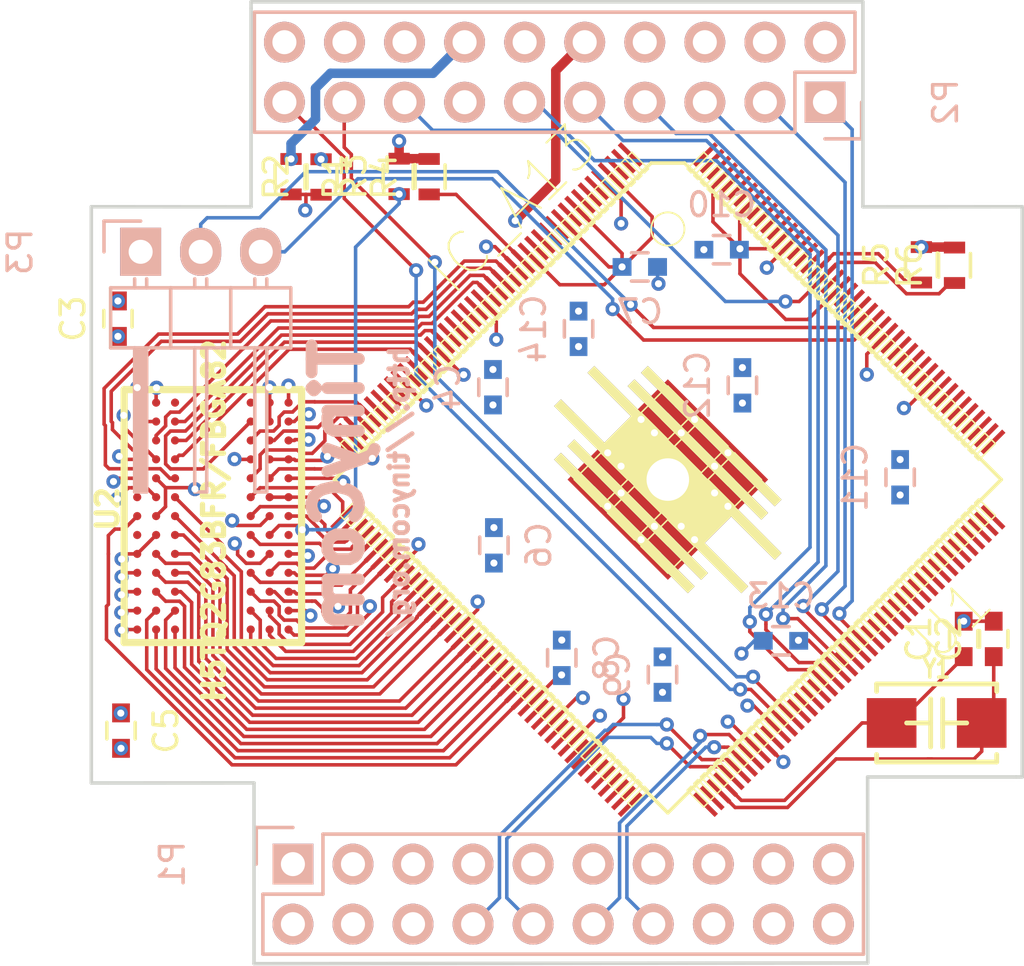
<source format=kicad_pcb>
(kicad_pcb (version 4) (host pcbnew 4.0.0-2.201511301920+6191~38~ubuntu14.04.1-stable)
  (layers (0 F.Cu signal) (1 In1.Cu signal) (2 In2.Cu signal) (31 B.Cu signal) (34 B.Paste user hide) (35 F.Paste user hide) (36 B.SilkS user) (37 F.SilkS user) (38 B.Mask user) (39 F.Mask user) (44 Edge.Cuts user))
  (net 0 "")
  (net 1 "Net-(U1-Pad1)")
  (net 2 "Net-(U1-Pad2)")
  (net 3 "Net-(U1-Pad3)")
  (net 4 "Net-(U1-Pad6)")
  (net 5 "Net-(U1-Pad7)")
  (net 6 "Net-(U1-Pad8)")
  (net 7 "Net-(U1-Pad10)")
  (net 8 "Net-(U1-Pad12)")
  (net 9 "Net-(U1-Pad13)")
  (net 10 "Net-(U1-Pad14)")
  (net 11 "Net-(U1-Pad15)")
  (net 12 "Net-(U1-Pad74)")
  (net 13 "Net-(U1-Pad75)")
  (net 14 "Net-(U1-Pad77)")
  (net 15 "Net-(U1-Pad78)")
  (net 16 "Net-(U1-Pad85)")
  (net 17 "Net-(U1-Pad86)")
  (net 18 "Net-(U1-Pad87)")
  (net 19 "Net-(U1-Pad88)")
  (net 20 "Net-(U1-Pad89)")
  (net 21 "Net-(U1-Pad90)")
  (net 22 "Net-(U1-Pad99)")
  (net 23 "Net-(U1-Pad103)")
  (net 24 "Net-(U1-Pad104)")
  (net 25 "Net-(U1-Pad105)")
  (net 26 "Net-(U1-Pad106)")
  (net 27 "Net-(U1-Pad126)")
  (net 28 "Net-(U1-Pad127)")
  (net 29 "Net-(U1-Pad128)")
  (net 30 "Net-(U1-Pad129)")
  (net 31 "Net-(U1-Pad130)")
  (net 32 "Net-(U1-Pad131)")
  (net 33 "Net-(U1-Pad132)")
  (net 34 "Net-(U1-Pad133)")
  (net 35 "Net-(U1-Pad134)")
  (net 36 "Net-(U1-Pad135)")
  (net 37 "Net-(U1-Pad136)")
  (net 38 "Net-(U1-Pad137)")
  (net 39 "Net-(U1-Pad138)")
  (net 40 "Net-(U1-Pad139)")
  (net 41 "Net-(U1-Pad140)")
  (net 42 "Net-(U1-Pad141)")
  (net 43 "Net-(U1-Pad143)")
  (net 44 "Net-(U1-Pad144)")
  (net 45 "Net-(U1-Pad145)")
  (net 46 "Net-(U1-Pad146)")
  (net 47 "Net-(U1-Pad147)")
  (net 48 "Net-(U1-Pad148)")
  (net 49 "Net-(U1-Pad150)")
  (net 50 "Net-(U1-Pad153)")
  (net 51 "Net-(U1-Pad154)")
  (net 52 "Net-(U1-Pad155)")
  (net 53 "Net-(U1-Pad160)")
  (net 54 "Net-(U1-Pad161)")
  (net 55 "Net-(U1-Pad162)")
  (net 56 "Net-(U1-Pad165)")
  (net 57 "Net-(U1-Pad166)")
  (net 58 "Net-(U1-Pad167)")
  (net 59 "Net-(U1-Pad168)")
  (net 60 "Net-(U1-Pad170)")
  (net 61 "Net-(U1-Pad171)")
  (net 62 "Net-(U1-Pad172)")
  (net 63 "Net-(U1-Pad174)")
  (net 64 "Net-(U1-Pad175)")
  (net 65 "Net-(U1-Pad176)")
  (net 66 SDC0_D1)
  (net 67 SDC0_D0)
  (net 68 SDC0_CLK)
  (net 69 SDC0_CMD)
  (net 70 SDC0_D3)
  (net 71 SDC0_D2)
  (net 72 UART1_RX)
  (net 73 UART1_TX)
  (net 74 GND)
  (net 75 "Net-(C2-Pad1)")
  (net 76 "Net-(C1-Pad1)")
  (net 77 VCC_15)
  (net 78 VCC_33)
  (net 79 "Net-(U2-PadA3)")
  (net 80 "Net-(U2-PadH9)")
  (net 81 DDR3_D4)
  (net 82 DDR3_D6)
  (net 83 DDR3_D2)
  (net 84 DDR3_D0)
  (net 85 DDR3_DM1)
  (net 86 DDR3_DM0)
  (net 87 DDR3_DQS0_P)
  (net 88 DDR3_DQS0_N)
  (net 89 DDR3_DQS1_P)
  (net 90 DDR3_DQS1_N)
  (net 91 DDR3_D1)
  (net 92 DDR3_D3)
  (net 93 DDR3_D7)
  (net 94 DDR3_D5)
  (net 95 DDR3_A10)
  (net 96 DDR3_A12)
  (net 97 DDR3_A4)
  (net 98 DDR3_A1)
  (net 99 DDR3_A6)
  (net 100 DDR3_A8)
  (net 101 DDR3_A11)
  (net 102 DDR3_A14)
  (net 103 DDR3_A0)
  (net 104 DDR3_A3)
  (net 105 DDR3_A2)
  (net 106 DDR3_A5)
  (net 107 DDR3_A13)
  (net 108 DDR3_A9)
  (net 109 DDR3_A7)
  (net 110 DDR3_ODT)
  (net 111 "Net-(U2-PadA7)")
  (net 112 "Net-(U2-PadF1)")
  (net 113 "Net-(U2-PadH1)")
  (net 114 "Net-(U2-PadJ7)")
  (net 115 DDR3_BA1)
  (net 116 DDR3_BA2)
  (net 117 DDR3_BA0)
  (net 118 DDR3_CK_P)
  (net 119 DDR3_CK_N)
  (net 120 DDR3_CKE)
  (net 121 DDR3_RAS_N)
  (net 122 DDR3_CAS_N)
  (net 123 DDR3_WE_N)
  (net 124 DDR3_RST)
  (net 125 "Net-(R3-Pad1)")
  (net 126 "Net-(R4-Pad1)")
  (net 127 SVREF)
  (net 128 "Net-(U1-Pad80)")
  (net 129 "Net-(U1-Pad82)")
  (net 130 "Net-(U1-Pad83)")
  (net 131 "Net-(P1-Pad3)")
  (net 132 "Net-(P1-Pad4)")
  (net 133 "Net-(P1-Pad5)")
  (net 134 "Net-(P1-Pad6)")
  (net 135 "Net-(P1-Pad15)")
  (net 136 "Net-(P1-Pad16)")
  (net 137 "Net-(P1-Pad17)")
  (net 138 "Net-(P1-Pad18)")
  (net 139 "Net-(P1-Pad19)")
  (net 140 "Net-(P1-Pad20)")
  (net 141 VCC_30_ANL)
  (net 142 VCC_13_RTC)
  (net 143 VCC_14_INT)
  (net 144 VCC_14_CPU)
  (net 145 UD0_P)
  (net 146 UD0_N)
  (net 147 UD1_P)
  (net 148 UD1_N)
  (net 149 NMI_N)
  (net 150 TWI0_SDA)
  (net 151 TWI0_SCK)
  (net 152 "Net-(R5-Pad1)")
  (net 153 "Net-(P4-Pad1)")
  (net 154 "Net-(P1-Pad1)")
  (net 155 "Net-(P1-Pad7)")
  (net 156 "Net-(P1-Pad9)")
  (net 157 "Net-(P1-Pad11)")
  (net 158 "Net-(P1-Pad13)")
  (net 159 "Net-(P2-Pad4)")
  (net 160 "Net-(P2-Pad6)")
  (net 161 "Net-(P2-Pad8)")
  (net 162 "Net-(P2-Pad13)")
  (net 163 "Net-(U1-Pad24)")
  (net 164 "Net-(U1-Pad25)")
  (net 165 "Net-(U1-Pad26)")
  (net 166 "Net-(U1-Pad27)")
  (net 167 "Net-(U1-Pad36)")
  (net 168 "Net-(U1-Pad37)")
  (net 169 "Net-(U1-Pad38)")
  (net 170 "Net-(U1-Pad39)")
  (net 171 "Net-(U1-Pad84)")
  (net 172 "Net-(U1-Pad114)")
  (net 173 "Net-(U1-Pad115)")
  (net 174 "Net-(U1-Pad116)")
  (net 175 "Net-(U1-Pad117)")
  (net 176 "Net-(U1-Pad118)")
  (net 177 "Net-(U1-Pad119)")
  (net 178 "Net-(U1-Pad120)")
  (net 179 "Net-(U1-Pad121)")
  (net 180 "Net-(U1-Pad122)")
  (net 181 "Net-(U1-Pad123)")
  (net 182 "Net-(U1-Pad124)")
  (net 183 "Net-(U1-Pad125)")
  (module Pin_Headers:Pin_Header_Straight_2x10 (layer B.Cu) (at 116.3695 123.848 90)
    (fp_text reference P2 (at 0 5.1 90) (layer B.SilkS) (effects (justify mirror)))
    (fp_text value CONN_02X10)
    (pad 1 thru_hole rect (at 0 0 90) (size 1.7272 1.7272) (drill 1.016) (layers *.Cu *.Mask B.SilkS) (net 71 SDC0_D2))
    (pad 2 thru_hole oval (at 2.54 0 90) (size 1.7272 1.7272) (drill 1.016) (layers *.Cu *.Mask B.SilkS) (net 74 GND))
    (pad 3 thru_hole oval (at 0 -2.54 90) (size 1.7272 1.7272) (drill 1.016) (layers *.Cu *.Mask B.SilkS) (net 70 SDC0_D3))
    (pad 4 thru_hole oval (at 2.54 -2.54 90) (size 1.7272 1.7272) (drill 1.016) (layers *.Cu *.Mask B.SilkS) (net 159 "Net-(P2-Pad4)"))
    (pad 5 thru_hole oval (at 0 -5.08 90) (size 1.7272 1.7272) (drill 1.016) (layers *.Cu *.Mask B.SilkS) (net 69 SDC0_CMD))
    (pad 6 thru_hole oval (at 2.54 -5.08 90) (size 1.7272 1.7272) (drill 1.016) (layers *.Cu *.Mask B.SilkS) (net 160 "Net-(P2-Pad6)"))
    (pad 7 thru_hole oval (at 0 -7.62 90) (size 1.7272 1.7272) (drill 1.016) (layers *.Cu *.Mask B.SilkS) (net 68 SDC0_CLK))
    (pad 8 thru_hole oval (at 2.54 -7.62 90) (size 1.7272 1.7272) (drill 1.016) (layers *.Cu *.Mask B.SilkS) (net 161 "Net-(P2-Pad8)"))
    (pad 9 thru_hole oval (at 0 -10.16 90) (size 1.7272 1.7272) (drill 1.016) (layers *.Cu *.Mask B.SilkS) (net 67 SDC0_D0))
    (pad 10 thru_hole oval (at 2.54 -10.16 90) (size 1.7272 1.7272) (drill 1.016) (layers *.Cu *.Mask B.SilkS) (net 141 VCC_30_ANL))
    (pad 11 thru_hole oval (at 0 -12.7 90) (size 1.7272 1.7272) (drill 1.016) (layers *.Cu *.Mask B.SilkS) (net 66 SDC0_D1))
    (pad 12 thru_hole oval (at 2.54 -12.7 90) (size 1.7272 1.7272) (drill 1.016) (layers *.Cu *.Mask B.SilkS) (net 142 VCC_13_RTC))
    (pad 13 thru_hole oval (at 0 -15.24 90) (size 1.7272 1.7272) (drill 1.016) (layers *.Cu *.Mask B.SilkS) (net 162 "Net-(P2-Pad13)"))
    (pad 14 thru_hole oval (at 2.54 -15.24 90) (size 1.7272 1.7272) (drill 1.016) (layers *.Cu *.Mask B.SilkS) (net 77 VCC_15))
    (pad 15 thru_hole oval (at 0 -17.78 90) (size 1.7272 1.7272) (drill 1.016) (layers *.Cu *.Mask B.SilkS) (net 149 NMI_N))
    (pad 16 thru_hole oval (at 2.54 -17.78 90) (size 1.7272 1.7272) (drill 1.016) (layers *.Cu *.Mask B.SilkS) (net 78 VCC_33))
    (pad 17 thru_hole oval (at 0 -20.32 90) (size 1.7272 1.7272) (drill 1.016) (layers *.Cu *.Mask B.SilkS) (net 150 TWI0_SDA))
    (pad 18 thru_hole oval (at 2.54 -20.32 90) (size 1.7272 1.7272) (drill 1.016) (layers *.Cu *.Mask B.SilkS) (net 143 VCC_14_INT))
    (pad 19 thru_hole oval (at 0 -22.86 90) (size 1.7272 1.7272) (drill 1.016) (layers *.Cu *.Mask B.SilkS) (net 151 TWI0_SCK))
    (pad 20 thru_hole oval (at 2.54 -22.86 90) (size 1.7272 1.7272) (drill 1.016) (layers *.Cu *.Mask B.SilkS) (net 144 VCC_14_CPU))
  )
  (module BGA78:BGA78 (layer F.Cu) (at 87.2838 136.5598)
    (fp_text reference U2 (at -1.25 4.5 270) (layer F.SilkS) (effects (font (size 0.889 0.889) (thickness 0.3048))))
    (fp_text value H5TQ2G83BFR/FBGA82 (at 3.25 5 270) (layer F.SilkS) (effects (font (size 0.889 0.889) (thickness 0.3048))))
    (pad A1 smd circle (at 0 0 180) (size 0.345 0.345) (layers F.Cu F.Paste F.Mask) (net 74 GND))
    (pad A2 smd circle (at 0.8001 0 180) (size 0.345 0.345) (layers F.Cu F.Paste F.Mask) (net 77 VCC_15))
    (pad A3 smd circle (at 1.6002 0 180) (size 0.345 0.345) (layers F.Cu F.Paste F.Mask) (net 79 "Net-(U2-PadA3)"))
    (pad A7 smd circle (at 4.8007 0 180) (size 0.345 0.345) (layers F.Cu F.Paste F.Mask) (net 111 "Net-(U2-PadA7)"))
    (pad A8 smd circle (at 5.6008 0 180) (size 0.345 0.345) (layers F.Cu F.Paste F.Mask) (net 74 GND))
    (pad A9 smd circle (at 6.4009 0 180) (size 0.345 0.345) (layers F.Cu F.Paste F.Mask) (net 77 VCC_15))
    (pad B1 smd circle (at 0 0.8001 90) (size 0.345 0.345) (layers F.Cu F.Paste F.Mask) (net 74 GND))
    (pad B2 smd circle (at 0.8001 0.8001 90) (size 0.345 0.345) (layers F.Cu F.Paste F.Mask) (net 74 GND))
    (pad B3 smd circle (at 1.6002 0.8001 180) (size 0.345 0.345) (layers F.Cu F.Paste F.Mask) (net 84 DDR3_D0))
    (pad B7 smd circle (at 4.8007 0.8001 180) (size 0.345 0.345) (layers F.Cu F.Paste F.Mask) (net 86 DDR3_DM0))
    (pad B8 smd circle (at 5.6008 0.8001 180) (size 0.345 0.345) (layers F.Cu F.Paste F.Mask) (net 74 GND))
    (pad B9 smd circle (at 6.4009 0.8001 180) (size 0.345 0.345) (layers F.Cu F.Paste F.Mask) (net 77 VCC_15))
    (pad C1 smd circle (at 0 1.6002 90) (size 0.345 0.345) (layers F.Cu F.Paste F.Mask) (net 77 VCC_15))
    (pad C2 smd circle (at 0.8001 1.6002 90) (size 0.345 0.345) (layers F.Cu F.Paste F.Mask) (net 83 DDR3_D2))
    (pad C3 smd circle (at 1.6002 1.6002 90) (size 0.345 0.345) (layers F.Cu F.Paste F.Mask) (net 87 DDR3_DQS0_P))
    (pad C7 smd circle (at 4.8007 1.6002 180) (size 0.345 0.345) (layers F.Cu F.Paste F.Mask) (net 91 DDR3_D1))
    (pad C8 smd circle (at 5.6008 1.6002 180) (size 0.345 0.345) (layers F.Cu F.Paste F.Mask) (net 92 DDR3_D3))
    (pad C9 smd circle (at 6.4009 1.6002 180) (size 0.345 0.345) (layers F.Cu F.Paste F.Mask) (net 74 GND))
    (pad D1 smd circle (at 0 2.4003 90) (size 0.345 0.345) (layers F.Cu F.Paste F.Mask) (net 74 GND))
    (pad D2 smd circle (at 0.8001 2.4003 90) (size 0.345 0.345) (layers F.Cu F.Paste F.Mask) (net 82 DDR3_D6))
    (pad D3 smd circle (at 1.6002 2.4003 90) (size 0.345 0.345) (layers F.Cu F.Paste F.Mask) (net 88 DDR3_DQS0_N))
    (pad D7 smd circle (at 4.8007 2.4003 180) (size 0.345 0.345) (layers F.Cu F.Paste F.Mask) (net 77 VCC_15))
    (pad D8 smd circle (at 5.6008 2.4003 180) (size 0.345 0.345) (layers F.Cu F.Paste F.Mask) (net 74 GND))
    (pad D9 smd circle (at 6.4009 2.4003 180) (size 0.345 0.345) (layers F.Cu F.Paste F.Mask) (net 74 GND))
    (pad E1 smd circle (at 0 3.2004 90) (size 0.345 0.345) (layers F.Cu F.Paste F.Mask) (net 127 SVREF))
    (pad E2 smd circle (at 0.8001 3.2004 90) (size 0.345 0.345) (layers F.Cu F.Paste F.Mask) (net 77 VCC_15))
    (pad E3 smd circle (at 1.6002 3.2004 90) (size 0.345 0.345) (layers F.Cu F.Paste F.Mask) (net 81 DDR3_D4))
    (pad E7 smd circle (at 4.8007 3.2004 180) (size 0.345 0.345) (layers F.Cu F.Paste F.Mask) (net 93 DDR3_D7))
    (pad E8 smd circle (at 5.6008 3.2004 270) (size 0.345 0.345) (layers F.Cu F.Paste F.Mask) (net 94 DDR3_D5))
    (pad E9 smd circle (at 6.4009 3.2004 270) (size 0.345 0.345) (layers F.Cu F.Paste F.Mask) (net 77 VCC_15))
    (pad F1 smd circle (at 0 4.0005 90) (size 0.345 0.345) (layers F.Cu F.Paste F.Mask) (net 112 "Net-(U2-PadF1)"))
    (pad F2 smd circle (at 0.8001 4.0005 90) (size 0.345 0.345) (layers F.Cu F.Paste F.Mask) (net 74 GND))
    (pad F3 smd circle (at 1.6002 4.0005 90) (size 0.345 0.345) (layers F.Cu F.Paste F.Mask) (net 121 DDR3_RAS_N))
    (pad F7 smd circle (at 4.8007 4.0005 270) (size 0.345 0.345) (layers F.Cu F.Paste F.Mask) (net 118 DDR3_CK_P))
    (pad F8 smd circle (at 5.6008 4.0005 270) (size 0.345 0.345) (layers F.Cu F.Paste F.Mask) (net 74 GND))
    (pad F9 smd circle (at 6.4009 4.0005 270) (size 0.345 0.345) (layers F.Cu F.Paste F.Mask) (net 74 GND))
    (pad G1 smd circle (at 0 4.8006 90) (size 0.345 0.345) (layers F.Cu F.Paste F.Mask) (net 110 DDR3_ODT))
    (pad G2 smd circle (at 0.8001 4.8006 90) (size 0.345 0.345) (layers F.Cu F.Paste F.Mask) (net 77 VCC_15))
    (pad G3 smd circle (at 1.6002 4.8006 90) (size 0.345 0.345) (layers F.Cu F.Paste F.Mask) (net 122 DDR3_CAS_N))
    (pad G7 smd circle (at 4.8007 4.8006) (size 0.345 0.345) (layers F.Cu F.Paste F.Mask) (net 119 DDR3_CK_N))
    (pad G8 smd circle (at 5.6008 4.8006 270) (size 0.345 0.345) (layers F.Cu F.Paste F.Mask) (net 77 VCC_15))
    (pad G9 smd circle (at 6.4009 4.8006 270) (size 0.345 0.345) (layers F.Cu F.Paste F.Mask) (net 120 DDR3_CKE))
    (pad H1 smd circle (at 0 5.6007 90) (size 0.345 0.345) (layers F.Cu F.Paste F.Mask) (net 113 "Net-(U2-PadH1)"))
    (pad H2 smd circle (at 0.8001 5.6007 90) (size 0.345 0.345) (layers F.Cu F.Paste F.Mask) (net 74 GND))
    (pad H3 smd circle (at 1.6002 5.6007 90) (size 0.345 0.345) (layers F.Cu F.Paste F.Mask) (net 123 DDR3_WE_N))
    (pad H7 smd circle (at 4.8007 5.6007) (size 0.345 0.345) (layers F.Cu F.Paste F.Mask) (net 95 DDR3_A10))
    (pad H8 smd circle (at 5.6008 5.6007) (size 0.345 0.345) (layers F.Cu F.Paste F.Mask) (net 125 "Net-(R3-Pad1)"))
    (pad H9 smd circle (at 6.4009 5.6007) (size 0.345 0.345) (layers F.Cu F.Paste F.Mask) (net 80 "Net-(U2-PadH9)"))
    (pad J1 smd circle (at 0 6.4008 90) (size 0.345 0.345) (layers F.Cu F.Paste F.Mask) (net 74 GND))
    (pad J2 smd circle (at 0.8001 6.4008 90) (size 0.345 0.345) (layers F.Cu F.Paste F.Mask) (net 117 DDR3_BA0))
    (pad J3 smd circle (at 1.6002 6.4008 90) (size 0.345 0.345) (layers F.Cu F.Paste F.Mask) (net 116 DDR3_BA2))
    (pad J7 smd circle (at 4.8007 6.4008) (size 0.345 0.345) (layers F.Cu F.Paste F.Mask) (net 114 "Net-(U2-PadJ7)"))
    (pad J8 smd circle (at 5.6008 6.4008) (size 0.345 0.345) (layers F.Cu F.Paste F.Mask) (net 127 SVREF))
    (pad J9 smd circle (at 6.4009 6.4008) (size 0.345 0.345) (layers F.Cu F.Paste F.Mask) (net 74 GND))
    (pad K1 smd circle (at 0 7.2009 90) (size 0.345 0.345) (layers F.Cu F.Paste F.Mask) (net 77 VCC_15))
    (pad K2 smd circle (at 0.8001 7.2009 90) (size 0.345 0.345) (layers F.Cu F.Paste F.Mask) (net 104 DDR3_A3))
    (pad K3 smd circle (at 1.6002 7.2009) (size 0.345 0.345) (layers F.Cu F.Paste F.Mask) (net 103 DDR3_A0))
    (pad K7 smd circle (at 4.8007 7.2009) (size 0.345 0.345) (layers F.Cu F.Paste F.Mask) (net 96 DDR3_A12))
    (pad K8 smd circle (at 5.6008 7.2009) (size 0.345 0.345) (layers F.Cu F.Paste F.Mask) (net 115 DDR3_BA1))
    (pad K9 smd circle (at 6.4009 7.2009) (size 0.345 0.345) (layers F.Cu F.Paste F.Mask) (net 77 VCC_15))
    (pad L1 smd circle (at 0 8.001) (size 0.345 0.345) (layers F.Cu F.Paste F.Mask) (net 74 GND))
    (pad L2 smd circle (at 0.8001 8.001) (size 0.345 0.345) (layers F.Cu F.Paste F.Mask) (net 106 DDR3_A5))
    (pad L3 smd circle (at 1.6002 8.001) (size 0.345 0.345) (layers F.Cu F.Paste F.Mask) (net 105 DDR3_A2))
    (pad L7 smd circle (at 4.8007 8.001) (size 0.345 0.345) (layers F.Cu F.Paste F.Mask) (net 98 DDR3_A1))
    (pad L8 smd circle (at 5.6008 8.001) (size 0.345 0.345) (layers F.Cu F.Paste F.Mask) (net 97 DDR3_A4))
    (pad L9 smd circle (at 6.4009 8.001) (size 0.345 0.345) (layers F.Cu F.Paste F.Mask) (net 74 GND))
    (pad M1 smd circle (at 0 8.8011) (size 0.345 0.345) (layers F.Cu F.Paste F.Mask) (net 77 VCC_15))
    (pad M2 smd circle (at 0.8001 8.8011) (size 0.345 0.345) (layers F.Cu F.Paste F.Mask) (net 109 DDR3_A7))
    (pad M3 smd circle (at 1.6002 8.8011) (size 0.345 0.345) (layers F.Cu F.Paste F.Mask) (net 108 DDR3_A9))
    (pad M7 smd circle (at 4.8007 8.8011) (size 0.345 0.345) (layers F.Cu F.Paste F.Mask) (net 101 DDR3_A11))
    (pad M8 smd circle (at 5.6008 8.8011) (size 0.345 0.345) (layers F.Cu F.Paste F.Mask) (net 99 DDR3_A6))
    (pad M9 smd circle (at 6.4009 8.8011) (size 0.345 0.345) (layers F.Cu F.Paste F.Mask) (net 77 VCC_15))
    (pad N1 smd circle (at 0 9.6012) (size 0.345 0.345) (layers F.Cu F.Paste F.Mask) (net 74 GND))
    (pad N2 smd circle (at 0.8001 9.6012) (size 0.345 0.345) (layers F.Cu F.Paste F.Mask) (net 124 DDR3_RST))
    (pad N3 smd circle (at 1.6002 9.6012) (size 0.345 0.345) (layers F.Cu F.Paste F.Mask) (net 107 DDR3_A13))
    (pad N7 smd circle (at 4.8007 9.6012) (size 0.345 0.345) (layers F.Cu F.Paste F.Mask) (net 102 DDR3_A14))
    (pad N8 smd circle (at 5.6008 9.6012) (size 0.345 0.345) (layers F.Cu F.Paste F.Mask) (net 100 DDR3_A8))
    (pad N9 smd circle (at 6.4009 9.6012) (size 0.345 0.345) (layers F.Cu F.Paste F.Mask) (net 74 GND))
  )
  (module Pin_Headers:Pin_Header_Straight_2x10 (layer B.Cu) (at 93.8695 156.088 270)
    (fp_text reference P1 (at 0 5.1 270) (layer B.SilkS) (effects (justify mirror)))
    (fp_text value CONN_02X10)
    (pad 1 thru_hole rect (at 0 0 270) (size 1.7272 1.7272) (drill 1.016) (layers *.Cu *.Mask B.SilkS) (net 154 "Net-(P1-Pad1)"))
    (pad 2 thru_hole oval (at 2.54 0 270) (size 1.7272 1.7272) (drill 1.016) (layers *.Cu *.Mask B.SilkS) (net 74 GND))
    (pad 3 thru_hole oval (at 0 -2.54 270) (size 1.7272 1.7272) (drill 1.016) (layers *.Cu *.Mask B.SilkS) (net 131 "Net-(P1-Pad3)"))
    (pad 4 thru_hole oval (at 2.54 -2.54 270) (size 1.7272 1.7272) (drill 1.016) (layers *.Cu *.Mask B.SilkS) (net 132 "Net-(P1-Pad4)"))
    (pad 5 thru_hole oval (at 0 -5.08 270) (size 1.7272 1.7272) (drill 1.016) (layers *.Cu *.Mask B.SilkS) (net 133 "Net-(P1-Pad5)"))
    (pad 6 thru_hole oval (at 2.54 -5.08 270) (size 1.7272 1.7272) (drill 1.016) (layers *.Cu *.Mask B.SilkS) (net 134 "Net-(P1-Pad6)"))
    (pad 7 thru_hole oval (at 0 -7.62 270) (size 1.7272 1.7272) (drill 1.016) (layers *.Cu *.Mask B.SilkS) (net 155 "Net-(P1-Pad7)"))
    (pad 8 thru_hole oval (at 2.54 -7.62 270) (size 1.7272 1.7272) (drill 1.016) (layers *.Cu *.Mask B.SilkS) (net 145 UD0_P))
    (pad 9 thru_hole oval (at 0 -10.16 270) (size 1.7272 1.7272) (drill 1.016) (layers *.Cu *.Mask B.SilkS) (net 156 "Net-(P1-Pad9)"))
    (pad 10 thru_hole oval (at 2.54 -10.16 270) (size 1.7272 1.7272) (drill 1.016) (layers *.Cu *.Mask B.SilkS) (net 146 UD0_N))
    (pad 11 thru_hole oval (at 0 -12.7 270) (size 1.7272 1.7272) (drill 1.016) (layers *.Cu *.Mask B.SilkS) (net 157 "Net-(P1-Pad11)"))
    (pad 12 thru_hole oval (at 2.54 -12.7 270) (size 1.7272 1.7272) (drill 1.016) (layers *.Cu *.Mask B.SilkS) (net 147 UD1_P))
    (pad 13 thru_hole oval (at 0 -15.24 270) (size 1.7272 1.7272) (drill 1.016) (layers *.Cu *.Mask B.SilkS) (net 158 "Net-(P1-Pad13)"))
    (pad 14 thru_hole oval (at 2.54 -15.24 270) (size 1.7272 1.7272) (drill 1.016) (layers *.Cu *.Mask B.SilkS) (net 148 UD1_N))
    (pad 15 thru_hole oval (at 0 -17.78 270) (size 1.7272 1.7272) (drill 1.016) (layers *.Cu *.Mask B.SilkS) (net 135 "Net-(P1-Pad15)"))
    (pad 16 thru_hole oval (at 2.54 -17.78 270) (size 1.7272 1.7272) (drill 1.016) (layers *.Cu *.Mask B.SilkS) (net 136 "Net-(P1-Pad16)"))
    (pad 17 thru_hole oval (at 0 -20.32 270) (size 1.7272 1.7272) (drill 1.016) (layers *.Cu *.Mask B.SilkS) (net 137 "Net-(P1-Pad17)"))
    (pad 18 thru_hole oval (at 2.54 -20.32 270) (size 1.7272 1.7272) (drill 1.016) (layers *.Cu *.Mask B.SilkS) (net 138 "Net-(P1-Pad18)"))
    (pad 19 thru_hole oval (at 0 -22.86 270) (size 1.7272 1.7272) (drill 1.016) (layers *.Cu *.Mask B.SilkS) (net 139 "Net-(P1-Pad19)"))
    (pad 20 thru_hole oval (at 2.54 -22.86 270) (size 1.7272 1.7272) (drill 1.016) (layers *.Cu *.Mask B.SilkS) (net 140 "Net-(P1-Pad20)"))
  )
  (module opendous:Crystal_5x3.2mm (layer F.Cu) (at 121.0945 150.114 180)
    (fp_text reference Y1 (at 0 2.286 180) (layer F.SilkS) (effects (font (size 0.762 0.6096) (thickness 0.1524))))
    (fp_text value Crystal hide)
    (pad 1 smd rect (at -1.905 0 180) (size 2.10058 2.10058) (layers F.Cu F.Paste F.Mask) (net 75 "Net-(C2-Pad1)"))
    (pad 2 smd rect (at 1.905 0 180) (size 2.10058 2.10058) (layers F.Cu F.Paste F.Mask) (net 76 "Net-(C1-Pad1)"))
  )
  (module Capacitors_SMD:C_0603 (layer F.Cu) (at 122.2375 146.558 90)
    (fp_text reference C1 (at 0 -1.9 90) (layer F.SilkS))
    (fp_text value 33pF)
    (pad 1 smd rect (at -0.75 0 90) (size 0.8 0.75) (layers F.Cu F.Paste F.Mask) (net 76 "Net-(C1-Pad1)"))
    (pad 2 smd rect (at 0.75 0 90) (size 0.8 0.75) (layers F.Cu F.Paste F.Mask) (net 74 GND))
  )
  (module Capacitors_SMD:C_0603 (layer F.Cu) (at 123.5075 146.558 90)
    (fp_text reference C2 (at 0 -1.9 90) (layer F.SilkS))
    (fp_text value 33pF)
    (pad 1 smd rect (at -0.75 0 90) (size 0.8 0.75) (layers F.Cu F.Paste F.Mask) (net 75 "Net-(C2-Pad1)"))
    (pad 2 smd rect (at 0.75 0 90) (size 0.8 0.75) (layers F.Cu F.Paste F.Mask) (net 74 GND))
  )
  (module Capacitors_SMD:C_0603 (layer B.Cu) (at 108.5395 130.818)
    (fp_text reference C7 (at 0 1.9) (layer B.SilkS) (effects (justify mirror)))
    (fp_text value 100nF)
    (pad 1 smd rect (at -0.75 0) (size 0.8 0.75) (layers B.Cu B.Paste B.Mask) (net 144 VCC_14_CPU))
    (pad 2 smd rect (at 0.75 0) (size 0.8 0.75) (layers B.Cu B.Paste B.Mask) (net 74 GND))
  )
  (module Capacitors_SMD:C_0603 (layer B.Cu) (at 105.2395 147.358 90)
    (fp_text reference C8 (at 0 1.9 90) (layer B.SilkS) (effects (justify mirror)))
    (fp_text value 100nF)
    (pad 1 smd rect (at -0.75 0 90) (size 0.8 0.75) (layers B.Cu B.Paste B.Mask) (net 143 VCC_14_INT))
    (pad 2 smd rect (at 0.75 0 90) (size 0.8 0.75) (layers B.Cu B.Paste B.Mask) (net 74 GND))
  )
  (module Capacitors_SMD:C_0603 (layer B.Cu) (at 114.5095 146.638 180)
    (fp_text reference C13 (at 0 1.9 180) (layer B.SilkS) (effects (justify mirror)))
    (fp_text value 100nF)
    (pad 1 smd rect (at -0.75 0 180) (size 0.8 0.75) (layers B.Cu B.Paste B.Mask) (net 143 VCC_14_INT))
    (pad 2 smd rect (at 0.75 0 180) (size 0.8 0.75) (layers B.Cu B.Paste B.Mask) (net 74 GND))
  )
  (module Resistors_SMD:R_0603 (layer F.Cu) (at 93.7895 127 270)
    (fp_text reference R1 (at 0 -1.9 270) (layer F.SilkS))
    (fp_text value 1K)
    (pad 1 smd rect (at -0.75 0 270) (size 0.5 0.9) (layers F.Cu F.Paste F.Mask) (net 77 VCC_15))
    (pad 2 smd rect (at 0.75 0 270) (size 0.5 0.9) (layers F.Cu F.Paste F.Mask) (net 127 SVREF))
  )
  (module Resistors_SMD:R_0603 (layer F.Cu) (at 95.0595 127.012 90)
    (fp_text reference R2 (at 0 -1.9 90) (layer F.SilkS))
    (fp_text value 1K)
    (pad 1 smd rect (at -0.75 0 90) (size 0.5 0.9) (layers F.Cu F.Paste F.Mask) (net 127 SVREF))
    (pad 2 smd rect (at 0.75 0 90) (size 0.5 0.9) (layers F.Cu F.Paste F.Mask) (net 74 GND))
  )
  (module Resistors_SMD:R_0603 (layer F.Cu) (at 98.3615 126.988 90)
    (fp_text reference R3 (at 0 -1.9 90) (layer F.SilkS))
    (fp_text value 240R)
    (pad 1 smd rect (at -0.75 0 90) (size 0.5 0.9) (layers F.Cu F.Paste F.Mask) (net 125 "Net-(R3-Pad1)"))
    (pad 2 smd rect (at 0.75 0 90) (size 0.5 0.9) (layers F.Cu F.Paste F.Mask) (net 74 GND))
  )
  (module Resistors_SMD:R_0603 (layer F.Cu) (at 99.6315 127 90)
    (fp_text reference R4 (at 0 -1.9 90) (layer F.SilkS))
    (fp_text value 240R)
    (pad 1 smd rect (at -0.75 0 90) (size 0.5 0.9) (layers F.Cu F.Paste F.Mask) (net 126 "Net-(R4-Pad1)"))
    (pad 2 smd rect (at 0.75 0 90) (size 0.5 0.9) (layers F.Cu F.Paste F.Mask) (net 74 GND))
  )
  (module Capacitors_SMD:C_0603 (layer B.Cu) (at 111.9995 130.088 180)
    (fp_text reference C10 (at 0 1.9 180) (layer B.SilkS) (effects (justify mirror)))
    (fp_text value 100nF)
    (pad 1 smd rect (at -0.75 0 180) (size 0.8 0.75) (layers B.Cu B.Paste B.Mask) (net 144 VCC_14_CPU))
    (pad 2 smd rect (at 0.75 0 180) (size 0.8 0.75) (layers B.Cu B.Paste B.Mask) (net 74 GND))
  )
  (module Pin_Headers:Pin_Header_Angled_1x03 (layer B.Cu) (at 87.4295 130.178 270)
    (fp_text reference P3 (at 0 5.1 270) (layer B.SilkS) (effects (justify mirror)))
    (fp_text value CONN_01X03)
    (pad 1 thru_hole rect (at 0 0 270) (size 2.032 1.7272) (drill 1.016) (layers *.Cu *.Mask B.SilkS) (net 74 GND))
    (pad 2 thru_hole oval (at 0 -2.54 270) (size 2.032 1.7272) (drill 1.016) (layers *.Cu *.Mask B.SilkS) (net 73 UART1_TX))
    (pad 3 thru_hole oval (at 0 -5.08 270) (size 2.032 1.7272) (drill 1.016) (layers *.Cu *.Mask B.SilkS) (net 72 UART1_RX))
  )
  (module Capacitors_SMD:C_0603 (layer F.Cu) (at 86.5995 150.438 270)
    (fp_text reference C5 (at 0 -1.9 270) (layer F.SilkS))
    (fp_text value 100nF)
    (pad 1 smd rect (at -0.75 0 270) (size 0.8 0.75) (layers F.Cu F.Paste F.Mask) (net 77 VCC_15))
    (pad 2 smd rect (at 0.75 0 270) (size 0.8 0.75) (layers F.Cu F.Paste F.Mask) (net 74 GND))
  )
  (module Resistors_SMD:R_0603 (layer F.Cu) (at 120.4495 130.728 90)
    (fp_text reference R5 (at 0 -1.9 90) (layer F.SilkS))
    (fp_text value 10K)
    (pad 1 smd rect (at -0.75 0 90) (size 0.5 0.9) (layers F.Cu F.Paste F.Mask) (net 152 "Net-(R5-Pad1)"))
    (pad 2 smd rect (at 0.75 0 90) (size 0.5 0.9) (layers F.Cu F.Paste F.Mask) (net 78 VCC_33))
  )
  (module Resistors_SMD:R_0603 (layer F.Cu) (at 121.8495 130.748 90)
    (fp_text reference R6 (at 0 -1.9 90) (layer F.SilkS))
    (fp_text value 10K)
    (pad 1 smd rect (at -0.75 0 90) (size 0.5 0.9) (layers F.Cu F.Paste F.Mask) (net 149 NMI_N))
    (pad 2 smd rect (at 0.75 0 90) (size 0.5 0.9) (layers F.Cu F.Paste F.Mask) (net 78 VCC_33))
  )
  (module Capacitors_SMD:C_0603 (layer B.Cu) (at 109.4995 148.068 270)
    (fp_text reference C9 (at 0 1.9 270) (layer B.SilkS) (effects (justify mirror)))
    (fp_text value 100nF)
    (pad 1 smd rect (at -0.75 0 270) (size 0.8 0.75) (layers B.Cu B.Paste B.Mask) (net 78 VCC_33))
    (pad 2 smd rect (at 0.75 0 270) (size 0.8 0.75) (layers B.Cu B.Paste B.Mask) (net 74 GND))
  )
  (module Capacitors_SMD:C_0603 (layer B.Cu) (at 119.5495 139.718 270)
    (fp_text reference C11 (at 0 1.9 270) (layer B.SilkS) (effects (justify mirror)))
    (fp_text value 100nF)
    (pad 1 smd rect (at -0.75 0 270) (size 0.8 0.75) (layers B.Cu B.Paste B.Mask) (net 78 VCC_33))
    (pad 2 smd rect (at 0.75 0 270) (size 0.8 0.75) (layers B.Cu B.Paste B.Mask) (net 74 GND))
  )
  (module Capacitors_SMD:C_0603 (layer B.Cu) (at 112.8795 135.828 270)
    (fp_text reference C12 (at 0 1.9 270) (layer B.SilkS) (effects (justify mirror)))
    (fp_text value 100nF)
    (pad 1 smd rect (at -0.75 0 270) (size 0.8 0.75) (layers B.Cu B.Paste B.Mask) (net 78 VCC_33))
    (pad 2 smd rect (at 0.75 0 270) (size 0.8 0.75) (layers B.Cu B.Paste B.Mask) (net 74 GND))
  )
  (module Capacitors_SMD:C_0603 (layer B.Cu) (at 105.9495 133.438 270)
    (fp_text reference C14 (at 0 1.9 270) (layer B.SilkS) (effects (justify mirror)))
    (fp_text value 100nF)
    (pad 1 smd rect (at -0.75 0 270) (size 0.8 0.75) (layers B.Cu B.Paste B.Mask) (net 78 VCC_33))
    (pad 2 smd rect (at 0.75 0 270) (size 0.8 0.75) (layers B.Cu B.Paste B.Mask) (net 74 GND))
  )
  (module Capacitors_SMD:C_0603 (layer F.Cu) (at 86.4695 133.008 90)
    (fp_text reference C3 (at 0 -1.9 90) (layer F.SilkS))
    (fp_text value 100nF)
    (pad 1 smd rect (at -0.75 0 90) (size 0.8 0.75) (layers F.Cu F.Paste F.Mask) (net 77 VCC_15))
    (pad 2 smd rect (at 0.75 0 90) (size 0.8 0.75) (layers F.Cu F.Paste F.Mask) (net 74 GND))
  )
  (module Capacitors_SMD:C_0603 (layer B.Cu) (at 102.3295 135.908 270)
    (fp_text reference C4 (at 0 1.9 270) (layer B.SilkS) (effects (justify mirror)))
    (fp_text value 100nF)
    (pad 1 smd rect (at -0.75 0 270) (size 0.8 0.75) (layers B.Cu B.Paste B.Mask) (net 77 VCC_15))
    (pad 2 smd rect (at 0.75 0 270) (size 0.8 0.75) (layers B.Cu B.Paste B.Mask) (net 74 GND))
  )
  (module Capacitors_SMD:C_0603 (layer B.Cu) (at 102.3695 142.598 90)
    (fp_text reference C6 (at 0 1.9 90) (layer B.SilkS) (effects (justify mirror)))
    (fp_text value 100nF)
    (pad 1 smd rect (at -0.75 0 90) (size 0.8 0.75) (layers B.Cu B.Paste B.Mask) (net 77 VCC_15))
    (pad 2 smd rect (at 0.75 0 90) (size 0.8 0.75) (layers B.Cu B.Paste B.Mask) (net 74 GND))
  )
  (module tinycom:allwinner_a13-OLIMEX_IC_TQFP176 (layer F.Cu) (at 109.724791 139.815512 225)
    (fp_text reference U1 (at -4.29006 -12.7 225) (layer F.SilkS) (effects (font (size 1.778 1.778) (thickness 0.0889))))
    (fp_text value IC_A13 (at -3.44424 12.7508 225) (layer F.SilkS) (effects (font (size 1.778 1.778) (thickness 0.0889))))
    (pad 1 smd rect (at -8.5979 10.84834 225) (size 0.19812 1.29794) (layers F.Cu F.Paste F.Mask) (net 1 "Net-(U1-Pad1)"))
    (pad 2 smd rect (at -8.19912 10.84834 225) (size 0.19812 1.29794) (layers F.Cu F.Paste F.Mask) (net 2 "Net-(U1-Pad2)"))
    (pad 3 smd rect (at -7.7978 10.84834 225) (size 0.19812 1.29794) (layers F.Cu F.Paste F.Mask) (net 3 "Net-(U1-Pad3)"))
    (pad 4 smd rect (at -7.39902 10.84834 225) (size 0.19812 1.29794) (layers F.Cu F.Paste F.Mask) (net 144 VCC_14_CPU))
    (pad 5 smd rect (at -6.9977 10.84834 225) (size 0.19812 1.29794) (layers F.Cu F.Paste F.Mask) (net 78 VCC_33))
    (pad 6 smd rect (at -6.59892 10.84834 225) (size 0.19812 1.29794) (layers F.Cu F.Paste F.Mask) (net 4 "Net-(U1-Pad6)"))
    (pad 7 smd rect (at -6.1976 10.84834 225) (size 0.19812 1.29794) (layers F.Cu F.Paste F.Mask) (net 5 "Net-(U1-Pad7)"))
    (pad 8 smd rect (at -5.79882 10.84834 225) (size 0.19812 1.29794) (layers F.Cu F.Paste F.Mask) (net 6 "Net-(U1-Pad8)"))
    (pad 9 smd rect (at -5.3975 10.84834 225) (size 0.19812 1.29794) (layers F.Cu F.Paste F.Mask) (net 144 VCC_14_CPU))
    (pad 10 smd rect (at -4.99872 10.84834 225) (size 0.19812 1.29794) (layers F.Cu F.Paste F.Mask) (net 7 "Net-(U1-Pad10)"))
    (pad 11 smd rect (at -4.59994 10.84834 225) (size 0.19812 1.29794) (layers F.Cu F.Paste F.Mask) (net 144 VCC_14_CPU))
    (pad 12 smd rect (at -4.19862 10.84834 225) (size 0.19812 1.29794) (layers F.Cu F.Paste F.Mask) (net 8 "Net-(U1-Pad12)"))
    (pad 13 smd rect (at -3.79984 10.84834 225) (size 0.19812 1.29794) (layers F.Cu F.Paste F.Mask) (net 9 "Net-(U1-Pad13)"))
    (pad 14 smd rect (at -3.39852 10.84834 225) (size 0.19812 1.29794) (layers F.Cu F.Paste F.Mask) (net 10 "Net-(U1-Pad14)"))
    (pad 15 smd rect (at -2.99974 10.84834 225) (size 0.19812 1.29794) (layers F.Cu F.Paste F.Mask) (net 11 "Net-(U1-Pad15)"))
    (pad 16 smd rect (at -2.59842 10.84834 225) (size 0.19812 1.29794) (layers F.Cu F.Paste F.Mask) (net 144 VCC_14_CPU))
    (pad 17 smd rect (at -2.19964 10.84834 225) (size 0.19812 1.29794) (layers F.Cu F.Paste F.Mask) (net 126 "Net-(R4-Pad1)"))
    (pad 18 smd rect (at -1.79832 10.84834 225) (size 0.19812 1.29794) (layers F.Cu F.Paste F.Mask) (net 127 SVREF))
    (pad 19 smd rect (at -1.39954 10.84834 225) (size 0.19812 1.29794) (layers F.Cu F.Paste F.Mask) (net 81 DDR3_D4))
    (pad 20 smd rect (at -0.99822 10.84834 225) (size 0.19812 1.29794) (layers F.Cu F.Paste F.Mask) (net 82 DDR3_D6))
    (pad 21 smd rect (at -0.59944 10.84834 225) (size 0.19812 1.29794) (layers F.Cu F.Paste F.Mask) (net 83 DDR3_D2))
    (pad 22 smd rect (at -0.19812 10.84834 225) (size 0.19812 1.29794) (layers F.Cu F.Paste F.Mask) (net 84 DDR3_D0))
    (pad 23 smd rect (at 0.19812 10.84834 225) (size 0.19812 1.29794) (layers F.Cu F.Paste F.Mask) (net 77 VCC_15))
    (pad 24 smd rect (at 0.59944 10.84834 225) (size 0.19812 1.29794) (layers F.Cu F.Paste F.Mask) (net 163 "Net-(U1-Pad24)"))
    (pad 25 smd rect (at 0.99822 10.84834 225) (size 0.19812 1.29794) (layers F.Cu F.Paste F.Mask) (net 164 "Net-(U1-Pad25)"))
    (pad 26 smd rect (at 1.39954 10.84834 225) (size 0.19812 1.29794) (layers F.Cu F.Paste F.Mask) (net 165 "Net-(U1-Pad26)"))
    (pad 27 smd rect (at 1.79832 10.84834 225) (size 0.19812 1.29794) (layers F.Cu F.Paste F.Mask) (net 166 "Net-(U1-Pad27)"))
    (pad 28 smd rect (at 2.19964 10.84834 225) (size 0.19812 1.29794) (layers F.Cu F.Paste F.Mask) (net 85 DDR3_DM1))
    (pad 29 smd rect (at 2.59842 10.84834 225) (size 0.19812 1.29794) (layers F.Cu F.Paste F.Mask) (net 86 DDR3_DM0))
    (pad 30 smd rect (at 2.99974 10.84834 225) (size 0.19812 1.29794) (layers F.Cu F.Paste F.Mask) (net 77 VCC_15))
    (pad 31 smd rect (at 3.39852 10.84834 225) (size 0.19812 1.29794) (layers F.Cu F.Paste F.Mask) (net 87 DDR3_DQS0_P))
    (pad 32 smd rect (at 3.79984 10.84834 225) (size 0.19812 1.29794) (layers F.Cu F.Paste F.Mask) (net 88 DDR3_DQS0_N))
    (pad 33 smd rect (at 4.19862 10.84834 225) (size 0.19812 1.29794) (layers F.Cu F.Paste F.Mask) (net 89 DDR3_DQS1_P))
    (pad 34 smd rect (at 4.59994 10.84834 225) (size 0.19812 1.29794) (layers F.Cu F.Paste F.Mask) (net 90 DDR3_DQS1_N))
    (pad 35 smd rect (at 4.99872 10.84834 225) (size 0.19812 1.29794) (layers F.Cu F.Paste F.Mask) (net 143 VCC_14_INT))
    (pad 36 smd rect (at 5.3975 10.84834 225) (size 0.19812 1.29794) (layers F.Cu F.Paste F.Mask) (net 167 "Net-(U1-Pad36)"))
    (pad 37 smd rect (at 5.79882 10.84834 225) (size 0.19812 1.29794) (layers F.Cu F.Paste F.Mask) (net 168 "Net-(U1-Pad37)"))
    (pad 38 smd rect (at 6.1976 10.84834 225) (size 0.19812 1.29794) (layers F.Cu F.Paste F.Mask) (net 169 "Net-(U1-Pad38)"))
    (pad 39 smd rect (at 6.59892 10.84834 225) (size 0.19812 1.29794) (layers F.Cu F.Paste F.Mask) (net 170 "Net-(U1-Pad39)"))
    (pad 40 smd rect (at 6.9977 10.84834 225) (size 0.19812 1.29794) (layers F.Cu F.Paste F.Mask) (net 91 DDR3_D1))
    (pad 41 smd rect (at 7.39902 10.84834 225) (size 0.19812 1.29794) (layers F.Cu F.Paste F.Mask) (net 92 DDR3_D3))
    (pad 42 smd rect (at 7.7978 10.84834 225) (size 0.19812 1.29794) (layers F.Cu F.Paste F.Mask) (net 93 DDR3_D7))
    (pad 43 smd rect (at 8.19912 10.84834 225) (size 0.19812 1.29794) (layers F.Cu F.Paste F.Mask) (net 77 VCC_15))
    (pad 44 smd rect (at 8.5979 10.84834 225) (size 0.19812 1.29794) (layers F.Cu F.Paste F.Mask) (net 94 DDR3_D5))
    (pad 45 smd rect (at 10.84834 8.5979 225) (size 1.29794 0.19812) (layers F.Cu F.Paste F.Mask) (net 118 DDR3_CK_P))
    (pad 46 smd rect (at 10.84834 8.19912 225) (size 1.29794 0.19812) (layers F.Cu F.Paste F.Mask) (net 119 DDR3_CK_N))
    (pad 47 smd rect (at 10.84834 7.7978 225) (size 1.29794 0.19812) (layers F.Cu F.Paste F.Mask) (net 120 DDR3_CKE))
    (pad 48 smd rect (at 10.84834 7.39902 225) (size 1.29794 0.19812) (layers F.Cu F.Paste F.Mask) (net 95 DDR3_A10))
    (pad 49 smd rect (at 10.84834 6.9977 225) (size 1.29794 0.19812) (layers F.Cu F.Paste F.Mask) (net 115 DDR3_BA1))
    (pad 50 smd rect (at 10.84834 6.59892 225) (size 1.29794 0.19812) (layers F.Cu F.Paste F.Mask) (net 96 DDR3_A12))
    (pad 51 smd rect (at 10.84834 6.1976 225) (size 1.29794 0.19812) (layers F.Cu F.Paste F.Mask) (net 97 DDR3_A4))
    (pad 52 smd rect (at 10.84834 5.79882 225) (size 1.29794 0.19812) (layers F.Cu F.Paste F.Mask) (net 98 DDR3_A1))
    (pad 53 smd rect (at 10.84834 5.3975 225) (size 1.29794 0.19812) (layers F.Cu F.Paste F.Mask) (net 77 VCC_15))
    (pad 54 smd rect (at 10.84834 4.99872 225) (size 1.29794 0.19812) (layers F.Cu F.Paste F.Mask) (net 99 DDR3_A6))
    (pad 55 smd rect (at 10.84834 4.59994 225) (size 1.29794 0.19812) (layers F.Cu F.Paste F.Mask) (net 100 DDR3_A8))
    (pad 56 smd rect (at 10.84834 4.19862 225) (size 1.29794 0.19812) (layers F.Cu F.Paste F.Mask) (net 101 DDR3_A11))
    (pad 57 smd rect (at 10.84834 3.79984 225) (size 1.29794 0.19812) (layers F.Cu F.Paste F.Mask) (net 102 DDR3_A14))
    (pad 58 smd rect (at 10.84834 3.39852 225) (size 1.29794 0.19812) (layers F.Cu F.Paste F.Mask) (net 121 DDR3_RAS_N))
    (pad 59 smd rect (at 10.84834 2.99974 225) (size 1.29794 0.19812) (layers F.Cu F.Paste F.Mask) (net 122 DDR3_CAS_N))
    (pad 60 smd rect (at 10.84834 2.59842 225) (size 1.29794 0.19812) (layers F.Cu F.Paste F.Mask) (net 123 DDR3_WE_N))
    (pad 61 smd rect (at 10.84834 2.19964 225) (size 1.29794 0.19812) (layers F.Cu F.Paste F.Mask) (net 116 DDR3_BA2))
    (pad 62 smd rect (at 10.84834 1.79832 225) (size 1.29794 0.19812) (layers F.Cu F.Paste F.Mask) (net 77 VCC_15))
    (pad 63 smd rect (at 10.84834 1.39954 225) (size 1.29794 0.19812) (layers F.Cu F.Paste F.Mask) (net 117 DDR3_BA0))
    (pad 64 smd rect (at 10.84834 0.99822 225) (size 1.29794 0.19812) (layers F.Cu F.Paste F.Mask) (net 103 DDR3_A0))
    (pad 65 smd rect (at 10.84834 0.59944 225) (size 1.29794 0.19812) (layers F.Cu F.Paste F.Mask) (net 104 DDR3_A3))
    (pad 66 smd rect (at 10.84834 0.19812 225) (size 1.29794 0.19812) (layers F.Cu F.Paste F.Mask) (net 105 DDR3_A2))
    (pad 67 smd rect (at 10.84834 -0.19812 225) (size 1.29794 0.19812) (layers F.Cu F.Paste F.Mask) (net 106 DDR3_A5))
    (pad 68 smd rect (at 10.84834 -0.59944 225) (size 1.29794 0.19812) (layers F.Cu F.Paste F.Mask) (net 107 DDR3_A13))
    (pad 69 smd rect (at 10.84834 -0.99822 225) (size 1.29794 0.19812) (layers F.Cu F.Paste F.Mask) (net 108 DDR3_A9))
    (pad 70 smd rect (at 10.84834 -1.39954 225) (size 1.29794 0.19812) (layers F.Cu F.Paste F.Mask) (net 124 DDR3_RST))
    (pad 71 smd rect (at 10.84834 -1.79832 225) (size 1.29794 0.19812) (layers F.Cu F.Paste F.Mask) (net 109 DDR3_A7))
    (pad 72 smd rect (at 10.84834 -2.19964 225) (size 1.29794 0.19812) (layers F.Cu F.Paste F.Mask) (net 110 DDR3_ODT))
    (pad 73 smd rect (at 10.84834 -2.59842 225) (size 1.29794 0.19812) (layers F.Cu F.Paste F.Mask) (net 143 VCC_14_INT))
    (pad 74 smd rect (at 10.84834 -2.99974 225) (size 1.29794 0.19812) (layers F.Cu F.Paste F.Mask) (net 12 "Net-(U1-Pad74)"))
    (pad 75 smd rect (at 10.84834 -3.39852 225) (size 1.29794 0.19812) (layers F.Cu F.Paste F.Mask) (net 13 "Net-(U1-Pad75)"))
    (pad 76 smd rect (at 10.84834 -3.79984 225) (size 1.29794 0.19812) (layers F.Cu F.Paste F.Mask) (net 78 VCC_33))
    (pad 77 smd rect (at 10.84834 -4.19862 225) (size 1.29794 0.19812) (layers F.Cu F.Paste F.Mask) (net 14 "Net-(U1-Pad77)"))
    (pad 78 smd rect (at 10.84834 -4.59994 225) (size 1.29794 0.19812) (layers F.Cu F.Paste F.Mask) (net 15 "Net-(U1-Pad78)"))
    (pad 79 smd rect (at 10.84834 -4.99872 225) (size 1.29794 0.19812) (layers F.Cu F.Paste F.Mask) (net 74 GND))
    (pad 80 smd rect (at 10.84834 -5.3975 225) (size 1.29794 0.19812) (layers F.Cu F.Paste F.Mask) (net 128 "Net-(U1-Pad80)"))
    (pad 81 smd rect (at 10.84834 -5.79882 225) (size 1.29794 0.19812) (layers F.Cu F.Paste F.Mask) (net 141 VCC_30_ANL))
    (pad 82 smd rect (at 10.84834 -6.1976 225) (size 1.29794 0.19812) (layers F.Cu F.Paste F.Mask) (net 129 "Net-(U1-Pad82)"))
    (pad 83 smd rect (at 10.84834 -6.59892 225) (size 1.29794 0.19812) (layers F.Cu F.Paste F.Mask) (net 130 "Net-(U1-Pad83)"))
    (pad 84 smd rect (at 10.84834 -6.9977 225) (size 1.29794 0.19812) (layers F.Cu F.Paste F.Mask) (net 171 "Net-(U1-Pad84)"))
    (pad 85 smd rect (at 10.84834 -7.39902 225) (size 1.29794 0.19812) (layers F.Cu F.Paste F.Mask) (net 16 "Net-(U1-Pad85)"))
    (pad 86 smd rect (at 10.84834 -7.7978 225) (size 1.29794 0.19812) (layers F.Cu F.Paste F.Mask) (net 17 "Net-(U1-Pad86)"))
    (pad 87 smd rect (at 10.84834 -8.19912 225) (size 1.29794 0.19812) (layers F.Cu F.Paste F.Mask) (net 18 "Net-(U1-Pad87)"))
    (pad 88 smd rect (at 10.84834 -8.5979 225) (size 1.29794 0.19812) (layers F.Cu F.Paste F.Mask) (net 19 "Net-(U1-Pad88)"))
    (pad 89 smd rect (at 8.5979 -10.84834 225) (size 0.19812 1.29794) (layers F.Cu F.Paste F.Mask) (net 20 "Net-(U1-Pad89)"))
    (pad 90 smd rect (at 8.19912 -10.84834 225) (size 0.19812 1.29794) (layers F.Cu F.Paste F.Mask) (net 21 "Net-(U1-Pad90)"))
    (pad 91 smd rect (at 7.7978 -10.84834 225) (size 0.19812 1.29794) (layers F.Cu F.Paste F.Mask) (net 75 "Net-(C2-Pad1)"))
    (pad 92 smd rect (at 7.39902 -10.84834 225) (size 0.19812 1.29794) (layers F.Cu F.Paste F.Mask) (net 76 "Net-(C1-Pad1)"))
    (pad 93 smd rect (at 6.9977 -10.84834 225) (size 0.19812 1.29794) (layers F.Cu F.Paste F.Mask) (net 146 UD0_N))
    (pad 94 smd rect (at 6.59892 -10.84834 225) (size 0.19812 1.29794) (layers F.Cu F.Paste F.Mask) (net 145 UD0_P))
    (pad 95 smd rect (at 6.1976 -10.84834 225) (size 0.19812 1.29794) (layers F.Cu F.Paste F.Mask) (net 148 UD1_N))
    (pad 96 smd rect (at 5.79882 -10.84834 225) (size 0.19812 1.29794) (layers F.Cu F.Paste F.Mask) (net 147 UD1_P))
    (pad 97 smd rect (at 5.3975 -10.84834 225) (size 0.19812 1.29794) (layers F.Cu F.Paste F.Mask) (net 78 VCC_33))
    (pad 98 smd rect (at 4.99872 -10.84834 225) (size 0.19812 1.29794) (layers F.Cu F.Paste F.Mask) (net 143 VCC_14_INT))
    (pad 99 smd rect (at 4.59994 -10.84834 225) (size 0.19812 1.29794) (layers F.Cu F.Paste F.Mask) (net 22 "Net-(U1-Pad99)"))
    (pad 100 smd rect (at 4.19862 -10.84834 225) (size 0.19812 1.29794) (layers F.Cu F.Paste F.Mask) (net 78 VCC_33))
    (pad 101 smd rect (at 3.79984 -10.84834 225) (size 0.19812 1.29794) (layers F.Cu F.Paste F.Mask) (net 151 TWI0_SCK))
    (pad 102 smd rect (at 3.39852 -10.84834 225) (size 0.19812 1.29794) (layers F.Cu F.Paste F.Mask) (net 150 TWI0_SDA))
    (pad 103 smd rect (at 2.99974 -10.84834 225) (size 0.19812 1.29794) (layers F.Cu F.Paste F.Mask) (net 23 "Net-(U1-Pad103)"))
    (pad 104 smd rect (at 2.59842 -10.84834 225) (size 0.19812 1.29794) (layers F.Cu F.Paste F.Mask) (net 24 "Net-(U1-Pad104)"))
    (pad 105 smd rect (at 2.19964 -10.84834 225) (size 0.19812 1.29794) (layers F.Cu F.Paste F.Mask) (net 25 "Net-(U1-Pad105)"))
    (pad 106 smd rect (at 1.79832 -10.84834 225) (size 0.19812 1.29794) (layers F.Cu F.Paste F.Mask) (net 26 "Net-(U1-Pad106)"))
    (pad 107 smd rect (at 1.39954 -10.84834 225) (size 0.19812 1.29794) (layers F.Cu F.Paste F.Mask) (net 66 SDC0_D1))
    (pad 108 smd rect (at 0.99822 -10.84834 225) (size 0.19812 1.29794) (layers F.Cu F.Paste F.Mask) (net 67 SDC0_D0))
    (pad 109 smd rect (at 0.59944 -10.84834 225) (size 0.19812 1.29794) (layers F.Cu F.Paste F.Mask) (net 143 VCC_14_INT))
    (pad 110 smd rect (at 0.19812 -10.84834 225) (size 0.19812 1.29794) (layers F.Cu F.Paste F.Mask) (net 68 SDC0_CLK))
    (pad 111 smd rect (at -0.19812 -10.84834 225) (size 0.19812 1.29794) (layers F.Cu F.Paste F.Mask) (net 69 SDC0_CMD))
    (pad 112 smd rect (at -0.59944 -10.84834 225) (size 0.19812 1.29794) (layers F.Cu F.Paste F.Mask) (net 70 SDC0_D3))
    (pad 113 smd rect (at -0.99822 -10.84834 225) (size 0.19812 1.29794) (layers F.Cu F.Paste F.Mask) (net 71 SDC0_D2))
    (pad 114 smd rect (at -1.39954 -10.84834 225) (size 0.19812 1.29794) (layers F.Cu F.Paste F.Mask) (net 172 "Net-(U1-Pad114)"))
    (pad 115 smd rect (at -1.79832 -10.84834 225) (size 0.19812 1.29794) (layers F.Cu F.Paste F.Mask) (net 173 "Net-(U1-Pad115)"))
    (pad 116 smd rect (at -2.19964 -10.84834 225) (size 0.19812 1.29794) (layers F.Cu F.Paste F.Mask) (net 174 "Net-(U1-Pad116)"))
    (pad 117 smd rect (at -2.59842 -10.84834 225) (size 0.19812 1.29794) (layers F.Cu F.Paste F.Mask) (net 175 "Net-(U1-Pad117)"))
    (pad 118 smd rect (at -2.99974 -10.84834 225) (size 0.19812 1.29794) (layers F.Cu F.Paste F.Mask) (net 176 "Net-(U1-Pad118)"))
    (pad 119 smd rect (at -3.39852 -10.84834 225) (size 0.19812 1.29794) (layers F.Cu F.Paste F.Mask) (net 177 "Net-(U1-Pad119)"))
    (pad 120 smd rect (at -3.79984 -10.84834 225) (size 0.19812 1.29794) (layers F.Cu F.Paste F.Mask) (net 178 "Net-(U1-Pad120)"))
    (pad 121 smd rect (at -4.19862 -10.84834 225) (size 0.19812 1.29794) (layers F.Cu F.Paste F.Mask) (net 179 "Net-(U1-Pad121)"))
    (pad 122 smd rect (at -4.59994 -10.84834 225) (size 0.19812 1.29794) (layers F.Cu F.Paste F.Mask) (net 180 "Net-(U1-Pad122)"))
    (pad 123 smd rect (at -4.99872 -10.84834 225) (size 0.19812 1.29794) (layers F.Cu F.Paste F.Mask) (net 181 "Net-(U1-Pad123)"))
    (pad 124 smd rect (at -5.3975 -10.84834 225) (size 0.19812 1.29794) (layers F.Cu F.Paste F.Mask) (net 182 "Net-(U1-Pad124)"))
    (pad 125 smd rect (at -5.79882 -10.84834 225) (size 0.19812 1.29794) (layers F.Cu F.Paste F.Mask) (net 183 "Net-(U1-Pad125)"))
    (pad 126 smd rect (at -6.1976 -10.84834 225) (size 0.19812 1.29794) (layers F.Cu F.Paste F.Mask) (net 27 "Net-(U1-Pad126)"))
    (pad 127 smd rect (at -6.59892 -10.84834 225) (size 0.19812 1.29794) (layers F.Cu F.Paste F.Mask) (net 28 "Net-(U1-Pad127)"))
    (pad 128 smd rect (at -6.9977 -10.84834 225) (size 0.19812 1.29794) (layers F.Cu F.Paste F.Mask) (net 29 "Net-(U1-Pad128)"))
    (pad 129 smd rect (at -7.39902 -10.84834 225) (size 0.19812 1.29794) (layers F.Cu F.Paste F.Mask) (net 30 "Net-(U1-Pad129)"))
    (pad 130 smd rect (at -7.7978 -10.84834 225) (size 0.19812 1.29794) (layers F.Cu F.Paste F.Mask) (net 31 "Net-(U1-Pad130)"))
    (pad 131 smd rect (at -8.19912 -10.84834 225) (size 0.19812 1.29794) (layers F.Cu F.Paste F.Mask) (net 32 "Net-(U1-Pad131)"))
    (pad 132 smd rect (at -8.5979 -10.84834 225) (size 0.19812 1.29794) (layers F.Cu F.Paste F.Mask) (net 33 "Net-(U1-Pad132)"))
    (pad 133 smd rect (at -10.84834 -8.5979 225) (size 1.29794 0.19812) (layers F.Cu F.Paste F.Mask) (net 34 "Net-(U1-Pad133)"))
    (pad 134 smd rect (at -10.84834 -8.19912 225) (size 1.29794 0.19812) (layers F.Cu F.Paste F.Mask) (net 35 "Net-(U1-Pad134)"))
    (pad 135 smd rect (at -10.84834 -7.7978 225) (size 1.29794 0.19812) (layers F.Cu F.Paste F.Mask) (net 36 "Net-(U1-Pad135)"))
    (pad 136 smd rect (at -10.84834 -7.39902 225) (size 1.29794 0.19812) (layers F.Cu F.Paste F.Mask) (net 37 "Net-(U1-Pad136)"))
    (pad 137 smd rect (at -10.84834 -6.9977 225) (size 1.29794 0.19812) (layers F.Cu F.Paste F.Mask) (net 38 "Net-(U1-Pad137)"))
    (pad 138 smd rect (at -10.84834 -6.59892 225) (size 1.29794 0.19812) (layers F.Cu F.Paste F.Mask) (net 39 "Net-(U1-Pad138)"))
    (pad 139 smd rect (at -10.84834 -6.1976 225) (size 1.29794 0.19812) (layers F.Cu F.Paste F.Mask) (net 40 "Net-(U1-Pad139)"))
    (pad 140 smd rect (at -10.84834 -5.79882 225) (size 1.29794 0.19812) (layers F.Cu F.Paste F.Mask) (net 41 "Net-(U1-Pad140)"))
    (pad 141 smd rect (at -10.84834 -5.3975 225) (size 1.29794 0.19812) (layers F.Cu F.Paste F.Mask) (net 42 "Net-(U1-Pad141)"))
    (pad 142 smd rect (at -10.84834 -4.99872 225) (size 1.29794 0.19812) (layers F.Cu F.Paste F.Mask) (net 78 VCC_33))
    (pad 143 smd rect (at -10.84834 -4.59994 225) (size 1.29794 0.19812) (layers F.Cu F.Paste F.Mask) (net 43 "Net-(U1-Pad143)"))
    (pad 144 smd rect (at -10.84834 -4.19862 225) (size 1.29794 0.19812) (layers F.Cu F.Paste F.Mask) (net 44 "Net-(U1-Pad144)"))
    (pad 145 smd rect (at -10.84834 -3.79984 225) (size 1.29794 0.19812) (layers F.Cu F.Paste F.Mask) (net 45 "Net-(U1-Pad145)"))
    (pad 146 smd rect (at -10.84834 -3.39852 225) (size 1.29794 0.19812) (layers F.Cu F.Paste F.Mask) (net 46 "Net-(U1-Pad146)"))
    (pad 147 smd rect (at -10.84834 -2.99974 225) (size 1.29794 0.19812) (layers F.Cu F.Paste F.Mask) (net 47 "Net-(U1-Pad147)"))
    (pad 148 smd rect (at -10.84834 -2.59842 225) (size 1.29794 0.19812) (layers F.Cu F.Paste F.Mask) (net 48 "Net-(U1-Pad148)"))
    (pad 149 smd rect (at -10.84834 -2.19964 225) (size 1.29794 0.19812) (layers F.Cu F.Paste F.Mask) (net 143 VCC_14_INT))
    (pad 150 smd rect (at -10.84834 -1.79832 225) (size 1.29794 0.19812) (layers F.Cu F.Paste F.Mask) (net 49 "Net-(U1-Pad150)"))
    (pad 151 smd rect (at -10.84834 -1.39954 225) (size 1.29794 0.19812) (layers F.Cu F.Paste F.Mask) (net 72 UART1_RX))
    (pad 152 smd rect (at -10.84834 -0.99822 225) (size 1.29794 0.19812) (layers F.Cu F.Paste F.Mask) (net 73 UART1_TX))
    (pad 153 smd rect (at -10.84834 -0.59944 225) (size 1.29794 0.19812) (layers F.Cu F.Paste F.Mask) (net 50 "Net-(U1-Pad153)"))
    (pad 154 smd rect (at -10.84834 -0.19812 225) (size 1.29794 0.19812) (layers F.Cu F.Paste F.Mask) (net 51 "Net-(U1-Pad154)"))
    (pad 155 smd rect (at -10.84834 0.19812 225) (size 1.29794 0.19812) (layers F.Cu F.Paste F.Mask) (net 52 "Net-(U1-Pad155)"))
    (pad 156 smd rect (at -10.84834 0.59944 225) (size 1.29794 0.19812) (layers F.Cu F.Paste F.Mask) (net 144 VCC_14_CPU))
    (pad 157 smd rect (at -10.84834 0.99822 225) (size 1.29794 0.19812) (layers F.Cu F.Paste F.Mask) (net 153 "Net-(P4-Pad1)"))
    (pad 158 smd rect (at -10.84834 1.39954 225) (size 1.29794 0.19812) (layers F.Cu F.Paste F.Mask) (net 149 NMI_N))
    (pad 159 smd rect (at -10.84834 1.79832 225) (size 1.29794 0.19812) (layers F.Cu F.Paste F.Mask) (net 152 "Net-(R5-Pad1)"))
    (pad 160 smd rect (at -10.84834 2.19964 225) (size 1.29794 0.19812) (layers F.Cu F.Paste F.Mask) (net 53 "Net-(U1-Pad160)"))
    (pad 161 smd rect (at -10.84834 2.59842 225) (size 1.29794 0.19812) (layers F.Cu F.Paste F.Mask) (net 54 "Net-(U1-Pad161)"))
    (pad 162 smd rect (at -10.84834 2.99974 225) (size 1.29794 0.19812) (layers F.Cu F.Paste F.Mask) (net 55 "Net-(U1-Pad162)"))
    (pad 163 smd rect (at -10.84834 3.39852 225) (size 1.29794 0.19812) (layers F.Cu F.Paste F.Mask) (net 78 VCC_33))
    (pad 164 smd rect (at -10.84834 3.79984 225) (size 1.29794 0.19812) (layers F.Cu F.Paste F.Mask) (net 144 VCC_14_CPU))
    (pad 165 smd rect (at -10.84834 4.19862 225) (size 1.29794 0.19812) (layers F.Cu F.Paste F.Mask) (net 56 "Net-(U1-Pad165)"))
    (pad 166 smd rect (at -10.84834 4.59994 225) (size 1.29794 0.19812) (layers F.Cu F.Paste F.Mask) (net 57 "Net-(U1-Pad166)"))
    (pad 167 smd rect (at -10.84834 4.99872 225) (size 1.29794 0.19812) (layers F.Cu F.Paste F.Mask) (net 58 "Net-(U1-Pad167)"))
    (pad 168 smd rect (at -10.84834 5.3975 225) (size 1.29794 0.19812) (layers F.Cu F.Paste F.Mask) (net 59 "Net-(U1-Pad168)"))
    (pad 169 smd rect (at -10.84834 5.79882 225) (size 1.29794 0.19812) (layers F.Cu F.Paste F.Mask) (net 144 VCC_14_CPU))
    (pad 170 smd rect (at -10.84834 6.1976 225) (size 1.29794 0.19812) (layers F.Cu F.Paste F.Mask) (net 60 "Net-(U1-Pad170)"))
    (pad 171 smd rect (at -10.84834 6.59892 225) (size 1.29794 0.19812) (layers F.Cu F.Paste F.Mask) (net 61 "Net-(U1-Pad171)"))
    (pad 172 smd rect (at -10.84834 6.9977 225) (size 1.29794 0.19812) (layers F.Cu F.Paste F.Mask) (net 62 "Net-(U1-Pad172)"))
    (pad 173 smd rect (at -10.84834 7.39902 225) (size 1.29794 0.19812) (layers F.Cu F.Paste F.Mask) (net 144 VCC_14_CPU))
    (pad 174 smd rect (at -10.84834 7.7978 225) (size 1.29794 0.19812) (layers F.Cu F.Paste F.Mask) (net 63 "Net-(U1-Pad174)"))
    (pad 175 smd rect (at -10.84834 8.19912 225) (size 1.29794 0.19812) (layers F.Cu F.Paste F.Mask) (net 64 "Net-(U1-Pad175)"))
    (pad 176 smd rect (at -10.84834 8.5979 225) (size 1.29794 0.19812) (layers F.Cu F.Paste F.Mask) (net 65 "Net-(U1-Pad176)"))
    (pad GND_ smd rect (at 0 0 225) (size 5.99948 5.99948) (layers F.Cu F.Paste F.Mask) (net 74 GND))
    (pad GND_ thru_hole rect (at 0 0 225) (size 2.18186 5.99948) (drill 1.79832) (layers *.Cu F.Paste F.SilkS F.Mask) (net 74 GND))
    (pad GND_ thru_hole rect (at -2.59842 0.99822 225) (size 0.4064 5.99948) (drill 0.29972) (layers *.Cu F.Paste F.SilkS F.Mask) (net 74 GND))
    (pad GND_ thru_hole rect (at -1.79832 0.99822 225) (size 0.4064 5.99948) (drill 0.29972) (layers *.Cu F.Paste F.SilkS F.Mask) (net 74 GND))
    (pad GND_ thru_hole rect (at -0.99822 2.59842 225) (size 0.4064 5.99948) (drill 0.29972) (layers *.Cu F.Paste F.SilkS F.Mask) (net 74 GND))
    (pad GND_ thru_hole rect (at -0.99822 1.79832 225) (size 0.4064 5.99948) (drill 0.29972) (layers *.Cu F.Paste F.SilkS F.Mask) (net 74 GND))
    (pad GND_ thru_hole rect (at 0.99822 2.59842 225) (size 0.4064 5.99948) (drill 0.29972) (layers *.Cu F.Paste F.SilkS F.Mask) (net 74 GND))
    (pad GND_ thru_hole rect (at 0.99822 1.79832 225) (size 0.4064 5.99948) (drill 0.29972) (layers *.Cu F.Paste F.SilkS F.Mask) (net 74 GND))
    (pad GND_ thru_hole rect (at 2.59842 0.99822 225) (size 0.4064 5.99948) (drill 0.29972) (layers *.Cu F.Paste F.SilkS F.Mask) (net 74 GND))
    (pad GND_ thru_hole rect (at 1.79832 0.99822 225) (size 0.4064 5.99948) (drill 0.29972) (layers *.Cu F.Paste F.SilkS F.Mask) (net 74 GND))
    (pad GND_ thru_hole rect (at -2.59842 -0.99822 225) (size 0.4064 5.99948) (drill 0.29972) (layers *.Cu F.Paste F.SilkS F.Mask) (net 74 GND))
    (pad GND_ thru_hole rect (at -1.79832 -0.99822 225) (size 0.4064 5.99948) (drill 0.29972) (layers *.Cu F.Paste F.SilkS F.Mask) (net 74 GND))
    (pad GND_ thru_hole rect (at 2.59842 -0.99822 225) (size 0.4064 5.99948) (drill 0.29972) (layers *.Cu F.Paste F.SilkS F.Mask) (net 74 GND))
    (pad GND_ thru_hole rect (at 1.79832 -0.99822 225) (size 0.4064 5.99948) (drill 0.29972) (layers *.Cu F.Paste F.SilkS F.Mask) (net 74 GND))
    (pad GND_ thru_hole rect (at -0.99822 -2.59842 225) (size 0.4064 5.99948) (drill 0.29972) (layers *.Cu F.Paste F.SilkS F.Mask) (net 74 GND))
    (pad GND_ thru_hole rect (at -0.99822 -1.79832 225) (size 0.4064 5.99948) (drill 0.29972) (layers *.Cu F.Paste F.SilkS F.Mask) (net 74 GND))
    (pad GND_ thru_hole rect (at 0.99822 -2.59842 225) (size 0.4064 5.99948) (drill 0.29972) (layers *.Cu F.Paste F.SilkS F.Mask) (net 74 GND))
    (pad GND_ thru_hole rect (at 0.99822 -1.79832 225) (size 0.4064 5.99948) (drill 0.29972) (layers *.Cu F.Paste F.SilkS F.Mask) (net 74 GND))
  )
  (gr_line (start 92.1 119.875) (end 92.1 119.6) (layer Edge.Cuts) (width 0.15))
  (gr_line (start 117.975 119.6) (end 92.1 119.6) (layer Edge.Cuts) (width 0.15))
  (gr_line (start 85.344 152.654) (end 85.344 152.146) (layer Edge.Cuts) (width 0.15))
  (gr_line (start 92.225 152.65) (end 85.344 152.654) (layer Edge.Cuts) (width 0.15))
  (gr_line (start 85.344 128.27) (end 92.1 128.275) (layer Edge.Cuts) (width 0.15))
  (gr_text http://tinycom.org/ (at 98.3595 140.328 90) (layer B.SilkS) (effects (font (size 0.8 0.8) (thickness 0.2)) (justify mirror)))
  (gr_text TinyCom (at 95.7595 140.088 90) (layer B.SilkS) (effects (font (size 2 2) (thickness 0.5)) (justify mirror)))
  (gr_line (start 124.46 128.27) (end 124.714 128.27) (layer Edge.Cuts) (width 0.15))
  (gr_line (start 124.46 128.27) (end 117.975 128.275) (angle 90) (layer Edge.Cuts) (width 0.15))
  (gr_line (start 124.714 152.4) (end 124.714 128.27) (angle 90) (layer Edge.Cuts) (width 0.15))
  (gr_line (start 124.46 152.4) (end 124.714 152.4) (layer Edge.Cuts) (width 0.15))
  (gr_line (start 118.175 152.4) (end 124.46 152.4) (angle 90) (layer Edge.Cuts) (width 0.15))
  (gr_line (start 117.975 128.275) (end 117.975 119.6) (layer Edge.Cuts) (width 0.15))
  (gr_line (start 92.225 160.3) (end 92.2245 152.653) (angle 90) (layer Edge.Cuts) (width 0.15))
  (gr_line (start 118.18 160.27) (end 92.225 160.3) (angle 90) (layer Edge.Cuts) (width 0.15))
  (gr_line (start 85.344 128.27) (end 85.344 152.146) (angle 90) (layer Edge.Cuts) (width 0.15))
  (gr_line (start 92.1 119.875) (end 92.0995 128.27) (angle 90) (layer Edge.Cuts) (width 0.15))
  (gr_line (start 118.18 160.27) (end 118.1745 152.4) (angle 90) (layer Edge.Cuts) (width 0.15))
  (segment (start 113.19304 146.253149) (end 113.19304 145.828885) (width 0.15) (layer F.Cu) (net 66))
  (segment (start 116.406102 148.476071) (end 115.790031 147.86) (width 0.15) (layer F.Cu) (net 66))
  (segment (start 115.790031 147.86) (end 114.799891 147.86) (width 0.15) (layer F.Cu) (net 66))
  (segment (start 114.799891 147.86) (end 113.19304 146.253149) (width 0.15) (layer F.Cu) (net 66))
  (segment (start 113.19304 145.404621) (end 113.19304 145.828885) (width 0.15) (layer B.Cu) (net 66))
  (segment (start 113.19304 145.22696) (end 113.19304 145.404621) (width 0.15) (layer B.Cu) (net 66))
  (via (at 113.19304 145.828885) (size 0.6) (drill 0.3) (layers F.Cu B.Cu) (net 66))
  (segment (start 115.738501 142.681499) (end 113.19304 145.22696) (width 0.15) (layer B.Cu) (net 66))
  (segment (start 115.738501 130.277057) (end 115.738501 142.681499) (width 0.15) (layer B.Cu) (net 66))
  (segment (start 106.624278 126.32) (end 111.781444 126.32) (width 0.15) (layer B.Cu) (net 66))
  (segment (start 104.142278 123.838) (end 106.624278 126.32) (width 0.15) (layer B.Cu) (net 66))
  (segment (start 111.781444 126.32) (end 115.738501 130.277057) (width 0.15) (layer B.Cu) (net 66))
  (segment (start 103.6595 123.838) (end 104.142278 123.838) (width 0.15) (layer B.Cu) (net 66))
  (segment (start 113.873536 145.937804) (end 113.873536 145.51354) (width 0.15) (layer F.Cu) (net 67))
  (segment (start 113.873536 146.167685) (end 113.873536 145.937804) (width 0.15) (layer F.Cu) (net 67))
  (segment (start 115.26584 147.559989) (end 113.873536 146.167685) (width 0.15) (layer F.Cu) (net 67))
  (segment (start 116.057572 147.559989) (end 115.26584 147.559989) (width 0.15) (layer F.Cu) (net 67))
  (segment (start 116.689878 148.192295) (end 116.057572 147.559989) (width 0.15) (layer F.Cu) (net 67))
  (segment (start 114.173535 145.213541) (end 113.873536 145.51354) (width 0.15) (layer B.Cu) (net 67))
  (via (at 113.873536 145.51354) (size 0.6) (drill 0.3) (layers F.Cu B.Cu) (net 67))
  (segment (start 116.080009 143.307067) (end 114.173535 145.213541) (width 0.15) (layer B.Cu) (net 67))
  (segment (start 111.355733 125.470011) (end 116.080009 130.194287) (width 0.15) (layer B.Cu) (net 67))
  (segment (start 107.831511 125.470011) (end 111.355733 125.470011) (width 0.15) (layer B.Cu) (net 67))
  (segment (start 116.080009 130.194287) (end 116.080009 143.307067) (width 0.15) (layer B.Cu) (net 67))
  (segment (start 106.1995 123.838) (end 107.831511 125.470011) (width 0.15) (layer B.Cu) (net 67))
  (segment (start 114.6 145.275736) (end 116.41 143.465736) (width 0.15) (layer B.Cu) (net 68))
  (segment (start 114.6 145.7) (end 114.6 145.275736) (width 0.15) (layer B.Cu) (net 68))
  (segment (start 117.255634 147.626539) (end 117.146388 147.626539) (width 0.15) (layer F.Cu) (net 68))
  (segment (start 117.146388 147.626539) (end 115.219849 145.7) (width 0.15) (layer F.Cu) (net 68))
  (segment (start 115.219849 145.7) (end 114.6 145.7) (width 0.15) (layer F.Cu) (net 68))
  (via (at 114.6 145.7) (size 0.6) (drill 0.3) (layers F.Cu B.Cu) (net 68))
  (segment (start 116.41 130.1) (end 111.48 125.17) (width 0.15) (layer B.Cu) (net 68))
  (segment (start 116.41 143.465736) (end 116.41 130.1) (width 0.15) (layer B.Cu) (net 68))
  (segment (start 111.48 125.17) (end 110.0715 125.17) (width 0.15) (layer B.Cu) (net 68))
  (segment (start 110.0715 125.17) (end 109.603099 124.701599) (width 0.15) (layer B.Cu) (net 68))
  (segment (start 109.603099 124.701599) (end 108.7395 123.838) (width 0.15) (layer B.Cu) (net 68))
  (segment (start 115.451513 145.26205) (end 115.451513 145.166714) (width 0.15) (layer F.Cu) (net 69))
  (segment (start 117.535818 147.346355) (end 115.451513 145.26205) (width 0.15) (layer F.Cu) (net 69))
  (via (at 115.451513 145.166714) (size 0.6) (drill 0.3) (layers F.Cu B.Cu) (net 69))
  (segment (start 115.751512 144.866715) (end 115.451513 145.166714) (width 0.15) (layer B.Cu) (net 69))
  (segment (start 116.920009 143.698218) (end 115.751512 144.866715) (width 0.15) (layer B.Cu) (net 69))
  (segment (start 116.920009 129.478509) (end 116.920009 143.698218) (width 0.15) (layer B.Cu) (net 69))
  (segment (start 111.2795 123.838) (end 116.920009 129.478509) (width 0.15) (layer B.Cu) (net 69))
  (segment (start 116.537684 145.005734) (end 116.237685 145.305733) (width 0.15) (layer B.Cu) (net 70))
  (segment (start 117.22002 144.323398) (end 116.537684 145.005734) (width 0.15) (layer B.Cu) (net 70))
  (segment (start 117.22002 127.23852) (end 117.22002 144.323398) (width 0.15) (layer B.Cu) (net 70))
  (segment (start 113.8195 123.838) (end 117.22002 127.23852) (width 0.15) (layer B.Cu) (net 70))
  (segment (start 117.819594 147.062579) (end 116.237685 145.48067) (width 0.15) (layer F.Cu) (net 70))
  (segment (start 116.237685 145.48067) (end 116.237685 145.305733) (width 0.15) (layer F.Cu) (net 70))
  (via (at 116.237685 145.305733) (size 0.6) (drill 0.3) (layers F.Cu B.Cu) (net 70))
  (segment (start 117.520031 144.946306) (end 117.28292 145.183417) (width 0.15) (layer B.Cu) (net 71))
  (segment (start 117.520031 124.998531) (end 117.520031 144.946306) (width 0.15) (layer B.Cu) (net 71))
  (segment (start 117.28292 145.183417) (end 116.982921 145.483416) (width 0.15) (layer B.Cu) (net 71))
  (segment (start 116.3595 123.838) (end 117.520031 124.998531) (width 0.15) (layer B.Cu) (net 71))
  (segment (start 116.982921 145.661946) (end 116.982921 145.483416) (width 0.15) (layer F.Cu) (net 71))
  (segment (start 118.101574 146.780599) (end 116.982921 145.661946) (width 0.15) (layer F.Cu) (net 71))
  (via (at 116.982921 145.483416) (size 0.6) (drill 0.3) (layers F.Cu B.Cu) (net 71))
  (segment (start 107.39 132.175738) (end 107.39 132.600002) (width 0.15) (layer B.Cu) (net 72))
  (segment (start 102.301274 127.087012) (end 107.39 132.175738) (width 0.15) (layer B.Cu) (net 72))
  (segment (start 96.614088 127.087012) (end 102.301274 127.087012) (width 0.15) (layer B.Cu) (net 72))
  (segment (start 93.5231 130.178) (end 96.614088 127.087012) (width 0.15) (layer B.Cu) (net 72))
  (segment (start 92.5095 130.178) (end 93.5231 130.178) (width 0.15) (layer B.Cu) (net 72))
  (segment (start 107.689999 132.900001) (end 107.39 132.600002) (width 0.15) (layer F.Cu) (net 72))
  (segment (start 108.700009 133.910011) (end 107.689999 132.900001) (width 0.15) (layer F.Cu) (net 72))
  (via (at 107.39 132.600002) (size 0.6) (drill 0.3) (layers F.Cu B.Cu) (net 72))
  (segment (start 117.60954 133.910011) (end 108.700009 133.910011) (width 0.15) (layer F.Cu) (net 72))
  (segment (start 118.38535 133.134201) (end 117.60954 133.910011) (width 0.15) (layer F.Cu) (net 72))
  (segment (start 102.527001 126.787001) (end 107.850001 132.110001) (width 0.15) (layer B.Cu) (net 73))
  (segment (start 89.9695 130.178) (end 89.9695 129.012) (width 0.15) (layer B.Cu) (net 73))
  (segment (start 89.9695 129.012) (end 90.2435 128.738) (width 0.15) (layer B.Cu) (net 73))
  (segment (start 92.4595 128.738) (end 94.410499 126.787001) (width 0.15) (layer B.Cu) (net 73))
  (segment (start 90.2435 128.738) (end 92.4595 128.738) (width 0.15) (layer B.Cu) (net 73))
  (segment (start 94.410499 126.787001) (end 102.527001 126.787001) (width 0.15) (layer B.Cu) (net 73))
  (segment (start 107.850001 132.110001) (end 108.15 132.41) (width 0.15) (layer B.Cu) (net 73))
  (segment (start 89.9695 130.178) (end 90.702 130.178) (width 0.15) (layer B.Cu) (net 73))
  (segment (start 109.120026 133.380026) (end 108.449999 132.709999) (width 0.15) (layer F.Cu) (net 73))
  (segment (start 117.571973 133.380026) (end 109.120026 133.380026) (width 0.15) (layer F.Cu) (net 73))
  (segment (start 118.101574 132.850425) (end 117.571973 133.380026) (width 0.15) (layer F.Cu) (net 73))
  (segment (start 108.449999 132.709999) (end 108.15 132.41) (width 0.15) (layer F.Cu) (net 73))
  (via (at 108.15 132.41) (size 0.6) (drill 0.3) (layers F.Cu B.Cu) (net 73))
  (segment (start 98.3615 126.238) (end 99.6195 126.238) (width 0.4) (layer F.Cu) (net 74))
  (via (at 86.4695 132.258) (size 0.6) (drill 0.3) (layers F.Cu B.Cu) (net 74))
  (via (at 102.3695 141.848) (size 0.6) (drill 0.3) (layers F.Cu B.Cu) (net 74))
  (via (at 102.3295 136.658) (size 0.6) (drill 0.3) (layers F.Cu B.Cu) (net 74))
  (via (at 105.9495 134.188) (size 0.6) (drill 0.3) (layers F.Cu B.Cu) (net 74))
  (via (at 112.8795 136.578) (size 0.6) (drill 0.3) (layers F.Cu B.Cu) (net 74))
  (via (at 119.5495 140.468) (size 0.6) (drill 0.3) (layers F.Cu B.Cu) (net 74))
  (via (at 109.4995 148.818) (size 0.6) (drill 0.3) (layers F.Cu B.Cu) (net 74))
  (segment (start 105.588485 151.021076) (end 106.806391 149.80317) (width 0.15) (layer F.Cu) (net 74))
  (via (at 106.852012 149.80317) (size 0.6) (drill 0.3) (layers F.Cu B.Cu) (net 74))
  (segment (start 106.806391 149.80317) (end 106.852012 149.80317) (width 0.15) (layer F.Cu) (net 74))
  (via (at 86.5995 151.188) (size 0.6) (drill 0.3) (layers F.Cu B.Cu) (net 74))
  (segment (start 98.3615 126.238) (end 98.3615 125.4915) (width 0.4) (layer F.Cu) (net 74))
  (segment (start 98.3615 125.4915) (end 98.36 125.49) (width 0.4) (layer F.Cu) (net 74))
  (via (at 98.36 125.49) (size 0.6) (drill 0.3) (layers F.Cu B.Cu) (net 74))
  (segment (start 99.6195 126.238) (end 99.6315 126.25) (width 0.4) (layer F.Cu) (net 74))
  (via (at 95.0595 126.262) (size 0.6) (drill 0.3) (layers F.Cu B.Cu) (net 74))
  (segment (start 123.5075 145.808) (end 122.2375 145.808) (width 0.15) (layer F.Cu) (net 74))
  (via (at 122.2375 145.808) (size 0.6) (drill 0.3) (layers F.Cu B.Cu) (net 74))
  (via (at 105.2395 146.608) (size 0.6) (drill 0.3) (layers F.Cu B.Cu) (net 74))
  (segment (start 113.7595 146.638) (end 113.382 146.638) (width 0.15) (layer B.Cu) (net 74))
  (segment (start 113.382 146.638) (end 112.84 147.18) (width 0.15) (layer B.Cu) (net 74))
  (via (at 112.84 147.18) (size 0.6) (drill 0.3) (layers F.Cu B.Cu) (net 74))
  (via (at 111.2495 130.088) (size 0.6) (drill 0.3) (layers F.Cu B.Cu) (net 74))
  (segment (start 109.2895 130.818) (end 109.2895 131.4895) (width 0.15) (layer B.Cu) (net 74))
  (segment (start 109.2895 131.4895) (end 109.33 131.53) (width 0.15) (layer B.Cu) (net 74))
  (via (at 109.33 131.53) (size 0.6) (drill 0.3) (layers F.Cu B.Cu) (net 74))
  (segment (start 93.6847 142.9606) (end 94.422808 142.9606) (width 0.15) (layer F.Cu) (net 74))
  (segment (start 94.422808 142.9606) (end 94.500465 143.038257) (width 0.15) (layer F.Cu) (net 74))
  (via (at 94.500465 143.038257) (size 0.6) (drill 0.3) (layers F.Cu B.Cu) (net 74))
  (segment (start 93.928651 144.5608) (end 94.01786 144.650009) (width 0.15) (layer F.Cu) (net 74))
  (segment (start 94.01786 144.650009) (end 95.241845 144.650009) (width 0.15) (layer F.Cu) (net 74))
  (segment (start 95.241845 144.650009) (end 95.3795 144.787664) (width 0.15) (layer F.Cu) (net 74))
  (segment (start 93.6847 144.5608) (end 93.928651 144.5608) (width 0.15) (layer F.Cu) (net 74))
  (segment (start 95.241836 144.65) (end 95.3795 144.787664) (width 0.15) (layer F.Cu) (net 74))
  (segment (start 95.3795 144.787664) (end 95.47487 144.883034) (width 0.15) (layer F.Cu) (net 74))
  (segment (start 93.6847 144.5608) (end 93.7739 144.65) (width 0.15) (layer F.Cu) (net 74))
  (segment (start 95.47487 144.883034) (end 95.774869 145.183033) (width 0.15) (layer F.Cu) (net 74))
  (segment (start 87.2838 138.9601) (end 86.649309 138.9601) (width 0.15) (layer F.Cu) (net 74))
  (segment (start 86.649309 138.9601) (end 86.5218 138.832591) (width 0.15) (layer F.Cu) (net 74))
  (via (at 86.5218 138.832591) (size 0.6) (drill 0.3) (layers F.Cu B.Cu) (net 74))
  (segment (start 86.443656 140.632585) (end 86.913442 140.162799) (width 0.15) (layer F.Cu) (net 74))
  (segment (start 86.913442 140.162799) (end 87.0595 140.162799) (width 0.15) (layer F.Cu) (net 74))
  (segment (start 87.686399 140.162799) (end 87.0595 140.162799) (width 0.15) (layer F.Cu) (net 74))
  (segment (start 88.0839 140.5603) (end 87.686399 140.162799) (width 0.15) (layer F.Cu) (net 74))
  (via (at 86.443656 140.632585) (size 0.6) (drill 0.3) (layers F.Cu B.Cu) (net 74))
  (via (at 86.621897 143.179991) (size 0.6) (drill 0.3) (layers F.Cu B.Cu) (net 74))
  (segment (start 87.2838 144.5608) (end 86.744095 144.5608) (width 0.15) (layer F.Cu) (net 74))
  (segment (start 86.744095 144.5608) (end 86.614901 144.689994) (width 0.15) (layer F.Cu) (net 74))
  (segment (start 86.841288 142.9606) (end 86.621897 143.179991) (width 0.15) (layer F.Cu) (net 74))
  (segment (start 87.2838 142.9606) (end 86.841288 142.9606) (width 0.15) (layer F.Cu) (net 74))
  (via (at 86.614901 144.689994) (size 0.6) (drill 0.3) (layers F.Cu B.Cu) (net 74))
  (segment (start 86.648415 146.161) (end 86.619463 146.189952) (width 0.15) (layer F.Cu) (net 74))
  (segment (start 86.6742 146.161) (end 86.648415 146.161) (width 0.15) (layer F.Cu) (net 74))
  (via (at 86.619463 146.189952) (size 0.6) (drill 0.3) (layers F.Cu B.Cu) (net 74))
  (segment (start 93.918713 146.395013) (end 96.188447 146.395013) (width 0.15) (layer F.Cu) (net 74))
  (segment (start 93.6847 146.161) (end 93.918713 146.395013) (width 0.15) (layer F.Cu) (net 74))
  (segment (start 97.12489 145.45857) (end 97.12489 145.17754) (width 0.15) (layer F.Cu) (net 74))
  (segment (start 96.188447 146.395013) (end 97.12489 145.45857) (width 0.15) (layer F.Cu) (net 74))
  (segment (start 93.6847 140.5603) (end 94.800152 140.5603) (width 0.15) (layer F.Cu) (net 74))
  (via (at 95.177742 140.93789) (size 0.6) (drill 0.3) (layers F.Cu B.Cu) (net 74))
  (segment (start 94.800152 140.5603) (end 94.877743 140.637891) (width 0.15) (layer F.Cu) (net 74))
  (segment (start 94.877743 140.637891) (end 95.177742 140.93789) (width 0.15) (layer F.Cu) (net 74))
  (segment (start 93.962971 138.12568) (end 94.103191 138.12568) (width 0.15) (layer F.Cu) (net 74))
  (segment (start 93.973538 139.004987) (end 95.160896 139.004987) (width 0.15) (layer F.Cu) (net 74))
  (via (at 94.527455 138.12568) (size 0.6) (drill 0.3) (layers F.Cu B.Cu) (net 74))
  (segment (start 93.928651 138.9601) (end 93.973538 139.004987) (width 0.15) (layer F.Cu) (net 74))
  (via (at 95.325905 138.839978) (size 0.6) (drill 0.3) (layers F.Cu B.Cu) (net 74))
  (segment (start 95.160896 139.004987) (end 95.325905 138.839978) (width 0.15) (layer F.Cu) (net 74))
  (segment (start 94.103191 138.12568) (end 94.527455 138.12568) (width 0.15) (layer F.Cu) (net 74))
  (segment (start 93.6847 138.9601) (end 93.928651 138.9601) (width 0.15) (layer F.Cu) (net 74))
  (segment (start 93.928651 138.16) (end 93.962971 138.12568) (width 0.15) (layer F.Cu) (net 74))
  (via (at 97.12489 145.17754) (size 0.6) (drill 0.3) (layers F.Cu B.Cu) (net 74))
  (via (at 95.774869 145.183033) (size 0.6) (drill 0.3) (layers F.Cu B.Cu) (net 74))
  (segment (start 87.456299 137.187401) (end 87.456299 136.732299) (width 0.15) (layer F.Cu) (net 74))
  (segment (start 87.2838 137.3599) (end 87.456299 137.187401) (width 0.15) (layer F.Cu) (net 74))
  (segment (start 87.456299 136.732299) (end 87.2838 136.5598) (width 0.15) (layer F.Cu) (net 74))
  (segment (start 88.0839 137.3599) (end 87.2838 137.3599) (width 0.15) (layer F.Cu) (net 74))
  (segment (start 92.8846 138.9601) (end 93.6847 138.9601) (width 0.15) (layer F.Cu) (net 74))
  (segment (start 93.928651 138.16) (end 93.932162 138.156489) (width 0.15) (layer F.Cu) (net 74))
  (segment (start 93.6847 138.16) (end 93.928651 138.16) (width 0.15) (layer F.Cu) (net 74))
  (segment (start 92.8846 136.5598) (end 92.8846 135.925876) (width 0.15) (layer F.Cu) (net 74))
  (segment (start 92.8846 135.925876) (end 92.8718 135.913076) (width 0.15) (layer F.Cu) (net 74))
  (via (at 92.8718 135.913076) (size 0.6) (drill 0.3) (layers F.Cu B.Cu) (net 74))
  (segment (start 87.2838 146.161) (end 86.6742 146.161) (width 0.15) (layer F.Cu) (net 74))
  (segment (start 86.6742 146.161) (end 86.6488 146.1356) (width 0.15) (layer F.Cu) (net 74))
  (segment (start 88.0839 142.1605) (end 87.2838 142.9606) (width 0.15) (layer F.Cu) (net 74))
  (segment (start 87.2838 136.5598) (end 87.2838 135.9248) (width 0.15) (layer F.Cu) (net 74))
  (via (at 87.2838 135.9248) (size 0.6) (drill 0.3) (layers F.Cu B.Cu) (net 74))
  (segment (start 92.8846 137.3599) (end 92.8846 136.5598) (width 0.15) (layer F.Cu) (net 74))
  (segment (start 92.8846 140.5603) (end 93.6847 140.5603) (width 0.15) (layer F.Cu) (net 74))
  (segment (start 88.0839 140.5603) (end 87.9823 140.5603) (width 0.1) (layer F.Cu) (net 74))
  (segment (start 114.78799 153.690011) (end 116.84 151.638) (width 0.15) (layer F.Cu) (net 75))
  (segment (start 111.881849 153.000324) (end 112.571536 153.690011) (width 0.15) (layer F.Cu) (net 75))
  (segment (start 116.84 151.638) (end 120.7135 151.638) (width 0.15) (layer F.Cu) (net 75))
  (segment (start 112.571536 153.690011) (end 114.78799 153.690011) (width 0.15) (layer F.Cu) (net 75))
  (segment (start 123.5075 147.308) (end 123.5075 149.606) (width 0.15) (layer F.Cu) (net 75))
  (segment (start 123.5075 149.606) (end 122.9995 150.114) (width 0.15) (layer F.Cu) (net 75))
  (segment (start 120.7135 151.638) (end 120.904 151.638) (width 0.15) (layer F.Cu) (net 75))
  (segment (start 122.9995 150.114) (end 122.9995 151.31429) (width 0.15) (layer F.Cu) (net 75))
  (segment (start 122.9995 151.31429) (end 122.67579 151.638) (width 0.15) (layer F.Cu) (net 75))
  (segment (start 122.67579 151.638) (end 120.7135 151.638) (width 0.15) (layer F.Cu) (net 75))
  (segment (start 112.163829 152.718344) (end 112.835485 153.39) (width 0.15) (layer F.Cu) (net 76))
  (segment (start 112.835485 153.39) (end 114.663722 153.39) (width 0.15) (layer F.Cu) (net 76))
  (segment (start 114.663722 153.39) (end 117.939722 150.114) (width 0.15) (layer F.Cu) (net 76))
  (segment (start 117.939722 150.114) (end 117.98921 150.114) (width 0.15) (layer F.Cu) (net 76))
  (segment (start 117.98921 150.114) (end 119.1895 150.114) (width 0.15) (layer F.Cu) (net 76))
  (segment (start 122.2375 147.308) (end 122.2375 147.333) (width 0.15) (layer F.Cu) (net 76))
  (segment (start 122.2375 147.333) (end 119.4565 150.114) (width 0.15) (layer F.Cu) (net 76))
  (segment (start 119.4565 150.114) (end 119.1895 150.114) (width 0.15) (layer F.Cu) (net 76))
  (via (at 102.3695 143.348) (size 0.6) (drill 0.3) (layers F.Cu B.Cu) (net 77))
  (via (at 102.3295 135.158) (size 0.6) (drill 0.3) (layers F.Cu B.Cu) (net 77))
  (via (at 86.4695 133.758) (size 0.6) (drill 0.3) (layers F.Cu B.Cu) (net 77))
  (segment (start 100.782252 146.214843) (end 101.68 145.317095) (width 0.15) (layer F.Cu) (net 77))
  (segment (start 101.68 145.317095) (end 101.68 144.98) (width 0.15) (layer F.Cu) (net 77))
  (via (at 101.68 144.98) (size 0.6) (drill 0.3) (layers F.Cu B.Cu) (net 77))
  (segment (start 98.237247 143.669838) (end 99.18 142.727085) (width 0.15) (layer F.Cu) (net 77))
  (segment (start 99.18 142.727085) (end 99.18 142.55) (width 0.15) (layer F.Cu) (net 77))
  (via (at 99.18 142.55) (size 0.6) (drill 0.3) (layers F.Cu B.Cu) (net 77))
  (segment (start 101.913764 132.284669) (end 102.47 132.840905) (width 0.15) (layer F.Cu) (net 77))
  (segment (start 102.47 132.840905) (end 102.47 133.89) (width 0.15) (layer F.Cu) (net 77))
  (via (at 102.47 133.89) (size 0.6) (drill 0.3) (layers F.Cu B.Cu) (net 77))
  (segment (start 99.93272 134.265714) (end 101.047006 135.38) (width 0.15) (layer F.Cu) (net 77))
  (segment (start 101.047006 135.38) (end 101.09 135.38) (width 0.15) (layer F.Cu) (net 77))
  (via (at 101.09 135.38) (size 0.6) (drill 0.3) (layers F.Cu B.Cu) (net 77))
  (segment (start 96.256203 137.942231) (end 96.256203 137.946203) (width 0.15) (layer F.Cu) (net 77))
  (segment (start 96.256203 137.946203) (end 97.23 138.92) (width 0.15) (layer F.Cu) (net 77))
  (via (at 97.23 138.92) (size 0.6) (drill 0.3) (layers F.Cu B.Cu) (net 77))
  (segment (start 94.031239 143.863288) (end 95.278111 143.863288) (width 0.15) (layer F.Cu) (net 77))
  (segment (start 93.928651 143.7607) (end 94.031239 143.863288) (width 0.15) (layer F.Cu) (net 77))
  (segment (start 93.6847 143.7607) (end 93.928651 143.7607) (width 0.15) (layer F.Cu) (net 77))
  (segment (start 95.278111 143.863288) (end 95.555587 143.585812) (width 0.15) (layer F.Cu) (net 77))
  (via (at 95.555587 143.585812) (size 0.6) (drill 0.3) (layers F.Cu B.Cu) (net 77))
  (via (at 86.5895 149.698) (size 0.6) (drill 0.3) (layers F.Cu B.Cu) (net 77))
  (via (at 89.7255 140.22) (size 0.6) (drill 0.3) (layers F.Cu B.Cu) (net 77))
  (segment (start 89.663201 140.157701) (end 89.7255 140.22) (width 0.15) (layer F.Cu) (net 77))
  (segment (start 88.481401 140.157701) (end 89.663201 140.157701) (width 0.15) (layer F.Cu) (net 77))
  (segment (start 88.0839 136.5598) (end 88.0839 135.9461) (width 0.15) (layer F.Cu) (net 77))
  (segment (start 88.0839 135.9461) (end 88.1 135.93) (width 0.15) (layer F.Cu) (net 77))
  (via (at 88.1 135.93) (size 0.6) (drill 0.3) (layers F.Cu B.Cu) (net 77))
  (via (at 86.71 137.1) (size 0.6) (drill 0.3) (layers F.Cu B.Cu) (net 77))
  (segment (start 86.71 137.5862) (end 86.71 137.1) (width 0.15) (layer F.Cu) (net 77))
  (segment (start 87.2838 138.16) (end 86.71 137.5862) (width 0.15) (layer F.Cu) (net 77))
  (segment (start 87.2838 143.7607) (end 86.7893 143.7607) (width 0.15) (layer F.Cu) (net 77))
  (segment (start 86.7893 143.7607) (end 86.62 143.93) (width 0.15) (layer F.Cu) (net 77))
  (via (at 86.62 143.93) (size 0.6) (drill 0.3) (layers F.Cu B.Cu) (net 77))
  (segment (start 87.2838 145.3609) (end 86.6891 145.3609) (width 0.15) (layer F.Cu) (net 77))
  (segment (start 86.6891 145.3609) (end 86.61 145.44) (width 0.15) (layer F.Cu) (net 77))
  (via (at 86.61 145.44) (size 0.6) (drill 0.3) (layers F.Cu B.Cu) (net 77))
  (segment (start 93.6847 145.3609) (end 94.4009 145.3609) (width 0.15) (layer F.Cu) (net 77))
  (segment (start 94.4009 145.3609) (end 94.61 145.57) (width 0.15) (layer F.Cu) (net 77))
  (via (at 94.61 145.57) (size 0.6) (drill 0.3) (layers F.Cu B.Cu) (net 77))
  (segment (start 93.6847 139.7602) (end 95.83518 139.7602) (width 0.15) (layer F.Cu) (net 77))
  (via (at 95.99498 139.92) (size 0.6) (drill 0.3) (layers F.Cu B.Cu) (net 77))
  (segment (start 95.83518 139.7602) (end 95.99498 139.92) (width 0.15) (layer F.Cu) (net 77))
  (segment (start 93.928651 137.3599) (end 94.238551 137.05) (width 0.15) (layer F.Cu) (net 77))
  (segment (start 94.238551 137.05) (end 94.54 137.05) (width 0.15) (layer F.Cu) (net 77))
  (segment (start 93.6847 137.3599) (end 93.928651 137.3599) (width 0.15) (layer F.Cu) (net 77))
  (segment (start 91.507901 141.757901) (end 91.3 141.55) (width 0.15) (layer F.Cu) (net 77))
  (segment (start 92.487099 141.757901) (end 91.507901 141.757901) (width 0.15) (layer F.Cu) (net 77))
  (segment (start 92.8846 141.3604) (end 92.487099 141.757901) (width 0.15) (layer F.Cu) (net 77))
  (via (at 91.3 141.55) (size 0.6) (drill 0.3) (layers F.Cu B.Cu) (net 77))
  (via (at 94.54 137.05) (size 0.6) (drill 0.3) (layers F.Cu B.Cu) (net 77))
  (segment (start 93.6847 136.5598) (end 93.6847 135.8447) (width 0.15) (layer F.Cu) (net 77))
  (segment (start 93.6847 135.8447) (end 93.68 135.84) (width 0.15) (layer F.Cu) (net 77))
  (via (at 93.68 135.84) (size 0.6) (drill 0.3) (layers F.Cu B.Cu) (net 77))
  (segment (start 92.0845 138.9601) (end 91.4101 138.9601) (width 0.15) (layer F.Cu) (net 77))
  (segment (start 91.4101 138.9601) (end 91.4 138.95) (width 0.15) (layer F.Cu) (net 77))
  (via (at 91.4 138.95) (size 0.6) (drill 0.3) (layers F.Cu B.Cu) (net 77))
  (via (at 93.7895 126.25) (size 0.6) (drill 0.3) (layers F.Cu B.Cu) (net 77))
  (segment (start 88.0839 141.3604) (end 88.481401 140.962899) (width 0.15) (layer F.Cu) (net 77))
  (segment (start 88.481401 140.962899) (end 88.481401 140.157701) (width 0.15) (layer F.Cu) (net 77))
  (segment (start 88.0839 139.7602) (end 88.481401 140.157701) (width 0.15) (layer F.Cu) (net 77))
  (segment (start 93.7895 125.6) (end 93.7895 126.25) (width 0.4) (layer B.Cu) (net 77))
  (segment (start 94.825899 124.563601) (end 93.7895 125.6) (width 0.4) (layer B.Cu) (net 77))
  (segment (start 101.1195 121.298) (end 99.793101 122.624399) (width 0.4) (layer B.Cu) (net 77))
  (segment (start 99.793101 122.624399) (end 95.456971 122.624399) (width 0.4) (layer B.Cu) (net 77))
  (segment (start 95.456971 122.624399) (end 94.825899 123.255471) (width 0.4) (layer B.Cu) (net 77))
  (segment (start 94.825899 123.255471) (end 94.825899 124.563601) (width 0.4) (layer B.Cu) (net 77))
  (via (at 105.9495 132.688) (size 0.6) (drill 0.3) (layers F.Cu B.Cu) (net 78))
  (via (at 112.8795 135.078) (size 0.6) (drill 0.3) (layers F.Cu B.Cu) (net 78))
  (via (at 119.5495 138.968) (size 0.6) (drill 0.3) (layers F.Cu B.Cu) (net 78))
  (via (at 109.4995 147.318) (size 0.6) (drill 0.3) (layers F.Cu B.Cu) (net 78))
  (segment (start 107.001977 127.196456) (end 107.75 127.944479) (width 0.15) (layer F.Cu) (net 78))
  (segment (start 107.75 127.944479) (end 107.75 128.98) (width 0.15) (layer F.Cu) (net 78))
  (via (at 107.75 128.98) (size 0.6) (drill 0.3) (layers F.Cu B.Cu) (net 78))
  (segment (start 114.992609 129.741461) (end 113.91 130.82407) (width 0.15) (layer F.Cu) (net 78))
  (segment (start 113.91 130.82407) (end 113.91 130.85) (width 0.15) (layer F.Cu) (net 78))
  (via (at 113.91 130.85) (size 0.6) (drill 0.3) (layers F.Cu B.Cu) (net 78))
  (segment (start 105.864086 149.050002) (end 106.13 149.050002) (width 0.15) (layer F.Cu) (net 78))
  (via (at 106.13 149.050002) (size 0.6) (drill 0.3) (layers F.Cu B.Cu) (net 78))
  (segment (start 104.740749 150.173339) (end 105.864086 149.050002) (width 0.15) (layer F.Cu) (net 78))
  (segment (start 112.336061 150.06) (end 112.26 150.06) (width 0.15) (layer F.Cu) (net 78))
  (segment (start 113.579117 151.303056) (end 112.336061 150.06) (width 0.15) (layer F.Cu) (net 78))
  (via (at 112.26 150.06) (size 0.6) (drill 0.3) (layers F.Cu B.Cu) (net 78))
  (segment (start 114.426853 150.455319) (end 113.351534 149.38) (width 0.15) (layer F.Cu) (net 78))
  (segment (start 113.351534 149.38) (end 113.09 149.38) (width 0.15) (layer F.Cu) (net 78))
  (via (at 113.09 149.38) (size 0.6) (drill 0.3) (layers F.Cu B.Cu) (net 78))
  (segment (start 120.930355 135.679206) (end 119.819561 136.79) (width 0.15) (layer F.Cu) (net 78))
  (via (at 119.71 136.79) (size 0.6) (drill 0.3) (layers F.Cu B.Cu) (net 78))
  (segment (start 119.819561 136.79) (end 119.71 136.79) (width 0.15) (layer F.Cu) (net 78))
  (via (at 120.4495 129.978) (size 0.6) (drill 0.3) (layers F.Cu B.Cu) (net 78))
  (segment (start 120.4495 129.978) (end 121.8295 129.978) (width 0.4) (layer F.Cu) (net 78))
  (segment (start 121.8295 129.978) (end 121.8495 129.998) (width 0.4) (layer F.Cu) (net 78))
  (segment (start 88.884 136.5598) (end 88.884 136.46219) (width 0.15) (layer F.Cu) (net 79))
  (segment (start 92.686837 132.501805) (end 92.511094 132.67755) (width 0.15) (layer F.Cu) (net 81))
  (segment (start 98.763517 132.501805) (end 92.686837 132.501805) (width 0.15) (layer F.Cu) (net 81))
  (segment (start 98.953599 132.311723) (end 98.763517 132.501805) (width 0.15) (layer F.Cu) (net 81))
  (segment (start 99.377879 132.311723) (end 98.953599 132.311723) (width 0.15) (layer F.Cu) (net 81))
  (segment (start 101.119613 130.569989) (end 99.377879 132.311723) (width 0.15) (layer F.Cu) (net 81))
  (segment (start 92.511094 132.67755) (end 91.530093 133.658551) (width 0.15) (layer F.Cu) (net 81))
  (segment (start 102.458516 130.569989) (end 101.119613 130.569989) (width 0.15) (layer F.Cu) (net 81))
  (segment (start 103.04348 131.154953) (end 102.458516 130.569989) (width 0.15) (layer F.Cu) (net 81))
  (segment (start 88.18597 133.658551) (end 91.530093 133.658551) (width 0.15) (layer F.Cu) (net 81))
  (segment (start 85.884987 135.959534) (end 88.18597 133.658551) (width 0.15) (layer F.Cu) (net 81))
  (segment (start 85.884987 137.47627) (end 85.884987 135.959534) (width 0.15) (layer F.Cu) (net 81))
  (segment (start 85.9376 137.528883) (end 85.884987 137.47627) (width 0.15) (layer F.Cu) (net 81))
  (segment (start 85.9376 139.2014) (end 85.9376 137.528883) (width 0.15) (layer F.Cu) (net 81))
  (segment (start 88.263823 139.357601) (end 86.093801 139.357601) (width 0.15) (layer F.Cu) (net 81))
  (segment (start 88.666422 139.7602) (end 88.263823 139.357601) (width 0.15) (layer F.Cu) (net 81))
  (segment (start 88.884 139.7602) (end 88.666422 139.7602) (width 0.15) (layer F.Cu) (net 81))
  (segment (start 86.093801 139.357601) (end 85.9376 139.2014) (width 0.15) (layer F.Cu) (net 81))
  (segment (start 91.530093 133.658551) (end 91.600643 133.588001) (width 0.15) (layer F.Cu) (net 81))
  (segment (start 99.22381 132.611734) (end 99.502147 132.611734) (width 0.15) (layer F.Cu) (net 82))
  (segment (start 99.502147 132.611734) (end 101.239018 130.874865) (width 0.15) (layer F.Cu) (net 82))
  (segment (start 101.239018 130.874865) (end 102.19584 130.874865) (width 0.15) (layer F.Cu) (net 82))
  (segment (start 102.19584 130.874865) (end 102.759704 131.438729) (width 0.15) (layer F.Cu) (net 82))
  (segment (start 88.302573 133.966227) (end 91.646695 133.966227) (width 0.15) (layer F.Cu) (net 82))
  (segment (start 86.237611 137.404615) (end 86.184998 137.352002) (width 0.15) (layer F.Cu) (net 82))
  (segment (start 86.184998 136.083802) (end 88.302573 133.966227) (width 0.15) (layer F.Cu) (net 82))
  (segment (start 86.237611 137.702113) (end 86.237611 137.404615) (width 0.15) (layer F.Cu) (net 82))
  (segment (start 86.184998 137.352002) (end 86.184998 136.083802) (width 0.15) (layer F.Cu) (net 82))
  (segment (start 87.092999 138.557501) (end 86.237611 137.702113) (width 0.15) (layer F.Cu) (net 82))
  (segment (start 88.0839 138.9601) (end 87.681301 138.557501) (width 0.15) (layer F.Cu) (net 82))
  (segment (start 87.681301 138.557501) (end 87.092999 138.557501) (width 0.15) (layer F.Cu) (net 82))
  (segment (start 99.22381 132.611734) (end 99.077867 132.611734) (width 0.15) (layer F.Cu) (net 82))
  (segment (start 91.646695 133.966227) (end 92.811105 132.801816) (width 0.15) (layer F.Cu) (net 82))
  (segment (start 92.811105 132.801816) (end 98.887786 132.801816) (width 0.15) (layer F.Cu) (net 82))
  (segment (start 98.887786 132.801816) (end 99.077868 132.611734) (width 0.15) (layer F.Cu) (net 82))
  (segment (start 99.077868 132.611734) (end 99.22381 132.611734) (width 0.15) (layer F.Cu) (net 82))
  (segment (start 99.077867 132.611734) (end 98.887785 132.801816) (width 0.15) (layer F.Cu) (net 82))
  (segment (start 91.646695 133.966227) (end 91.724911 133.888011) (width 0.15) (layer F.Cu) (net 82))
  (segment (start 88.0839 137.94752) (end 88.0839 138.16) (width 0.15) (layer F.Cu) (net 83))
  (segment (start 88.486499 137.169099) (end 88.486499 137.544921) (width 0.15) (layer F.Cu) (net 83))
  (segment (start 88.693199 136.962399) (end 88.486499 137.169099) (width 0.15) (layer F.Cu) (net 83))
  (segment (start 88.486499 137.544921) (end 88.0839 137.94752) (width 0.15) (layer F.Cu) (net 83))
  (segment (start 89.069703 136.962399) (end 88.693199 136.962399) (width 0.15) (layer F.Cu) (net 83))
  (segment (start 91.750999 134.281103) (end 89.069703 136.962399) (width 0.15) (layer F.Cu) (net 83))
  (segment (start 91.756097 134.281103) (end 91.750999 134.281103) (width 0.15) (layer F.Cu) (net 83))
  (segment (start 102.477724 131.720709) (end 101.931889 131.174874) (width 0.15) (layer F.Cu) (net 83))
  (segment (start 91.770964 134.266236) (end 91.756097 134.281103) (width 0.15) (layer F.Cu) (net 83))
  (segment (start 101.931889 131.174874) (end 101.363287 131.174874) (width 0.15) (layer F.Cu) (net 83))
  (segment (start 101.363287 131.174874) (end 99.626415 132.911745) (width 0.15) (layer F.Cu) (net 83))
  (segment (start 99.012053 133.101827) (end 92.935373 133.101827) (width 0.15) (layer F.Cu) (net 83))
  (segment (start 99.626415 132.911745) (end 99.202135 132.911745) (width 0.15) (layer F.Cu) (net 83))
  (segment (start 92.935373 133.101827) (end 91.770964 134.266236) (width 0.15) (layer F.Cu) (net 83))
  (segment (start 99.202135 132.911745) (end 99.012053 133.101827) (width 0.15) (layer F.Cu) (net 83))
  (segment (start 91.849178 134.188022) (end 91.756097 134.281103) (width 0.15) (layer F.Cu) (net 83))
  (segment (start 88.884 137.3599) (end 89.3031 137.3599) (width 0.15) (layer F.Cu) (net 84))
  (segment (start 99.326403 133.211756) (end 99.750683 133.211756) (width 0.15) (layer F.Cu) (net 84))
  (segment (start 89.3031 137.3599) (end 93.261161 133.401838) (width 0.15) (layer F.Cu) (net 84))
  (segment (start 93.261161 133.401838) (end 99.136321 133.401838) (width 0.15) (layer F.Cu) (net 84))
  (segment (start 99.136321 133.401838) (end 99.326403 133.211756) (width 0.15) (layer F.Cu) (net 84))
  (segment (start 99.750683 133.211756) (end 101.487555 131.474884) (width 0.15) (layer F.Cu) (net 84))
  (segment (start 101.487555 131.474884) (end 101.664347 131.474884) (width 0.15) (layer F.Cu) (net 84))
  (segment (start 101.664347 131.474884) (end 102.193948 132.004485) (width 0.15) (layer F.Cu) (net 84))
  (segment (start 91.912001 137.532399) (end 92.0845 137.3599) (width 0.15) (layer F.Cu) (net 86))
  (segment (start 90.081701 139.362699) (end 91.912001 137.532399) (width 0.15) (layer F.Cu) (net 86))
  (segment (start 88.486499 139.155999) (end 88.693199 139.362699) (width 0.15) (layer F.Cu) (net 86))
  (segment (start 88.693199 137.762499) (end 88.486499 137.969199) (width 0.15) (layer F.Cu) (net 86))
  (segment (start 88.486499 137.969199) (end 88.486499 139.155999) (width 0.15) (layer F.Cu) (net 86))
  (segment (start 88.693199 139.362699) (end 90.081701 139.362699) (width 0.15) (layer F.Cu) (net 86))
  (segment (start 92.031989 135.055289) (end 89.324779 137.762499) (width 0.15) (layer F.Cu) (net 86))
  (segment (start 89.324779 137.762499) (end 88.693199 137.762499) (width 0.15) (layer F.Cu) (net 86))
  (segment (start 99.746325 133.511767) (end 99.450671 133.511767) (width 0.15) (layer F.Cu) (net 86))
  (segment (start 99.450671 133.511767) (end 99.260589 133.701849) (width 0.15) (layer F.Cu) (net 86))
  (segment (start 99.260589 133.701849) (end 93.38543 133.701849) (width 0.15) (layer F.Cu) (net 86))
  (segment (start 93.38543 133.701849) (end 92.119769 134.967509) (width 0.15) (layer F.Cu) (net 86))
  (segment (start 92.119769 134.967509) (end 92.031989 135.055289) (width 0.15) (layer F.Cu) (net 86))
  (segment (start 100.216496 133.981938) (end 99.746325 133.511767) (width 0.15) (layer F.Cu) (net 86))
  (segment (start 92.299234 134.788044) (end 92.031989 135.055289) (width 0.15) (layer F.Cu) (net 86))
  (segment (start 99.65074 134.547694) (end 99.104905 134.001859) (width 0.15) (layer F.Cu) (net 87))
  (segment (start 99.104905 134.001859) (end 93.509698 134.001859) (width 0.15) (layer F.Cu) (net 87))
  (segment (start 93.509698 134.001859) (end 89.351557 138.16) (width 0.15) (layer F.Cu) (net 87))
  (segment (start 89.351557 138.16) (end 89.127951 138.16) (width 0.15) (layer F.Cu) (net 87))
  (segment (start 89.127951 138.16) (end 88.884 138.16) (width 0.15) (layer F.Cu) (net 87))
  (segment (start 99.366964 134.83147) (end 98.837363 134.301869) (width 0.15) (layer F.Cu) (net 88))
  (segment (start 98.837363 134.301869) (end 93.706005 134.301869) (width 0.15) (layer F.Cu) (net 88))
  (segment (start 93.706005 134.301869) (end 89.220273 138.787601) (width 0.15) (layer F.Cu) (net 88))
  (segment (start 89.220273 138.787601) (end 89.056499 138.787601) (width 0.15) (layer F.Cu) (net 88))
  (segment (start 89.056499 138.787601) (end 88.884 138.9601) (width 0.15) (layer F.Cu) (net 88))
  (segment (start 96.576134 136.563097) (end 97.105735 137.092698) (width 0.15) (layer F.Cu) (net 91))
  (segment (start 96.541871 136.528834) (end 96.576134 136.563097) (width 0.15) (layer F.Cu) (net 91))
  (segment (start 94.795838 136.528834) (end 96.541871 136.528834) (width 0.15) (layer F.Cu) (net 91))
  (segment (start 93.287199 137.528344) (end 93.287199 137.169099) (width 0.15) (layer F.Cu) (net 91))
  (segment (start 94.287998 136.524998) (end 94.792002 136.524998) (width 0.15) (layer F.Cu) (net 91))
  (segment (start 93.498997 136.957301) (end 93.855695 136.957301) (width 0.15) (layer F.Cu) (net 91))
  (segment (start 93.287199 137.169099) (end 93.498997 136.957301) (width 0.15) (layer F.Cu) (net 91))
  (segment (start 93.053045 137.762499) (end 93.287199 137.528344) (width 0.15) (layer F.Cu) (net 91))
  (segment (start 92.482001 137.762499) (end 93.053045 137.762499) (width 0.15) (layer F.Cu) (net 91))
  (segment (start 92.0845 138.16) (end 92.482001 137.762499) (width 0.15) (layer F.Cu) (net 91))
  (segment (start 94.792002 136.524998) (end 94.795838 136.528834) (width 0.15) (layer F.Cu) (net 91))
  (segment (start 93.855695 136.957301) (end 94.287998 136.524998) (width 0.15) (layer F.Cu) (net 91))
  (segment (start 93.477323 137.762499) (end 94.113632 137.762499) (width 0.15) (layer F.Cu) (net 92))
  (segment (start 92.8846 138.16) (end 93.079822 138.16) (width 0.15) (layer F.Cu) (net 92))
  (segment (start 93.079822 138.16) (end 93.477323 137.762499) (width 0.15) (layer F.Cu) (net 92))
  (segment (start 94.937481 137.600678) (end 95.061404 137.476755) (width 0.15) (layer F.Cu) (net 92))
  (segment (start 94.275453 137.600678) (end 94.937481 137.600678) (width 0.15) (layer F.Cu) (net 92))
  (segment (start 94.113632 137.762499) (end 94.275453 137.600678) (width 0.15) (layer F.Cu) (net 92))
  (segment (start 95.061404 137.476755) (end 95.649886 136.888273) (width 0.15) (layer F.Cu) (net 92))
  (segment (start 96.292358 136.846873) (end 96.821959 137.376474) (width 0.15) (layer F.Cu) (net 92))
  (segment (start 95.649886 136.888273) (end 95.649886 136.887114) (width 0.15) (layer F.Cu) (net 92))
  (segment (start 95.649886 136.887114) (end 95.708156 136.828844) (width 0.15) (layer F.Cu) (net 92))
  (segment (start 95.708156 136.828844) (end 96.274329 136.828844) (width 0.15) (layer F.Cu) (net 92))
  (segment (start 96.274329 136.828844) (end 96.292358 136.846873) (width 0.15) (layer F.Cu) (net 92))
  (segment (start 94.920265 137.617894) (end 95.061404 137.476755) (width 0.15) (layer F.Cu) (net 92))
  (segment (start 92.688701 138.562599) (end 94.062148 138.562599) (width 0.15) (layer F.Cu) (net 93))
  (segment (start 95.220276 137.742162) (end 95.833585 137.128853) (width 0.15) (layer F.Cu) (net 93))
  (segment (start 92.482001 138.769299) (end 92.688701 138.562599) (width 0.15) (layer F.Cu) (net 93))
  (segment (start 95.220276 138.17535) (end 95.220276 137.742162) (width 0.15) (layer F.Cu) (net 93))
  (segment (start 92.0845 139.7602) (end 92.482001 139.362699) (width 0.15) (layer F.Cu) (net 93))
  (segment (start 96.010378 137.128853) (end 96.539979 137.658454) (width 0.15) (layer F.Cu) (net 93))
  (segment (start 92.482001 139.362699) (end 92.482001 138.769299) (width 0.15) (layer F.Cu) (net 93))
  (segment (start 94.204525 138.704976) (end 94.69065 138.704976) (width 0.15) (layer F.Cu) (net 93))
  (segment (start 94.69065 138.704976) (end 95.220276 138.17535) (width 0.15) (layer F.Cu) (net 93))
  (segment (start 94.062148 138.562599) (end 94.204525 138.704976) (width 0.15) (layer F.Cu) (net 93))
  (segment (start 95.833585 137.128853) (end 96.010378 137.128853) (width 0.15) (layer F.Cu) (net 93))
  (segment (start 92.8846 139.7602) (end 93.282101 139.362699) (width 0.15) (layer F.Cu) (net 94))
  (segment (start 93.282101 139.362699) (end 94.789755 139.362699) (width 0.15) (layer F.Cu) (net 94))
  (segment (start 95.78309 139.364998) (end 95.974223 139.173865) (width 0.15) (layer F.Cu) (net 94))
  (segment (start 95.974223 139.173865) (end 95.974223 138.464303) (width 0.15) (layer F.Cu) (net 94))
  (segment (start 94.792054 139.364998) (end 95.78309 139.364998) (width 0.15) (layer F.Cu) (net 94))
  (segment (start 94.789755 139.362699) (end 94.792054 139.364998) (width 0.15) (layer F.Cu) (net 94))
  (segment (start 95.974223 138.464303) (end 95.974223 138.224211) (width 0.15) (layer F.Cu) (net 94))
  (segment (start 92.256999 142.332999) (end 92.0845 142.1605) (width 0.15) (layer F.Cu) (net 95))
  (segment (start 92.482001 142.558001) (end 92.256999 142.332999) (width 0.15) (layer F.Cu) (net 95))
  (segment (start 94.203717 142.558001) (end 92.482001 142.558001) (width 0.15) (layer F.Cu) (net 95))
  (segment (start 94.248463 142.513255) (end 94.203717 142.558001) (width 0.15) (layer F.Cu) (net 95))
  (segment (start 95.243638 142.760781) (end 94.996112 142.513255) (width 0.15) (layer F.Cu) (net 95))
  (segment (start 94.996112 142.513255) (end 94.248463 142.513255) (width 0.15) (layer F.Cu) (net 95))
  (segment (start 96.821959 142.25455) (end 96.315728 142.760781) (width 0.15) (layer F.Cu) (net 95))
  (segment (start 96.315728 142.760781) (end 95.243638 142.760781) (width 0.15) (layer F.Cu) (net 95))
  (segment (start 95.319835 144.28) (end 95.928021 144.28) (width 0.15) (layer F.Cu) (net 96))
  (segment (start 95.928021 144.28) (end 97.387715 142.820306) (width 0.15) (layer F.Cu) (net 96))
  (segment (start 92.487099 144.163299) (end 95.203134 144.163299) (width 0.15) (layer F.Cu) (net 96))
  (segment (start 95.203134 144.163299) (end 95.319835 144.28) (width 0.15) (layer F.Cu) (net 96))
  (segment (start 92.0845 143.7607) (end 92.487099 144.163299) (width 0.15) (layer F.Cu) (net 96))
  (segment (start 96.858114 143.349907) (end 97.387715 142.820306) (width 0.15) (layer F.Cu) (net 96))
  (segment (start 94.675056 144.958301) (end 94.815305 144.958301) (width 0.15) (layer F.Cu) (net 97))
  (segment (start 95.135002 145.277998) (end 95.135002 145.418247) (width 0.15) (layer F.Cu) (net 97))
  (segment (start 94.815305 144.958301) (end 95.135002 145.277998) (width 0.15) (layer F.Cu) (net 97))
  (segment (start 96.29987 144.475703) (end 97.14189 143.633683) (width 0.15) (layer F.Cu) (net 97))
  (segment (start 95.135002 145.418247) (end 95.424789 145.708034) (width 0.15) (layer F.Cu) (net 97))
  (segment (start 95.424789 145.708034) (end 96.02687 145.708034) (width 0.15) (layer F.Cu) (net 97))
  (segment (start 96.02687 145.708034) (end 96.29987 145.435034) (width 0.15) (layer F.Cu) (net 97))
  (segment (start 96.29987 145.435034) (end 96.29987 144.475703) (width 0.15) (layer F.Cu) (net 97))
  (segment (start 97.14189 143.633683) (end 97.671491 143.104082) (width 0.15) (layer F.Cu) (net 97))
  (segment (start 94.675056 144.958301) (end 94.675056 144.960165) (width 0.15) (layer F.Cu) (net 97))
  (segment (start 92.8846 144.5608) (end 93.096398 144.5608) (width 0.15) (layer F.Cu) (net 97))
  (segment (start 93.096398 144.5608) (end 93.493899 144.958301) (width 0.15) (layer F.Cu) (net 97))
  (segment (start 93.493899 144.958301) (end 94.675056 144.958301) (width 0.15) (layer F.Cu) (net 97))
  (segment (start 92.0845 144.5608) (end 92.482001 144.958301) (width 0.15) (layer F.Cu) (net 98))
  (segment (start 96.59988 144.739653) (end 97.42387 143.915663) (width 0.15) (layer F.Cu) (net 98))
  (segment (start 97.42387 143.915663) (end 97.953471 143.386062) (width 0.15) (layer F.Cu) (net 98))
  (segment (start 96.59988 145.559302) (end 96.59988 144.739653) (width 0.15) (layer F.Cu) (net 98))
  (segment (start 96.06418 146.095002) (end 96.59988 145.559302) (width 0.15) (layer F.Cu) (net 98))
  (segment (start 92.482001 144.958301) (end 93.069621 144.958301) (width 0.15) (layer F.Cu) (net 98))
  (segment (start 94.357998 146.095002) (end 96.06418 146.095002) (width 0.15) (layer F.Cu) (net 98))
  (segment (start 94.026495 145.763499) (end 94.357998 146.095002) (width 0.15) (layer F.Cu) (net 98))
  (segment (start 93.498997 145.763499) (end 94.026495 145.763499) (width 0.15) (layer F.Cu) (net 98))
  (segment (start 93.287199 145.551701) (end 93.498997 145.763499) (width 0.15) (layer F.Cu) (net 98))
  (segment (start 93.287199 145.175879) (end 93.287199 145.551701) (width 0.15) (layer F.Cu) (net 98))
  (segment (start 93.069621 144.958301) (end 93.287199 145.175879) (width 0.15) (layer F.Cu) (net 98))
  (segment (start 97.663 145.416432) (end 97.663 144.808045) (width 0.15) (layer F.Cu) (net 99))
  (segment (start 97.663 144.808045) (end 98.519227 143.951818) (width 0.15) (layer F.Cu) (net 99))
  (segment (start 93.72182 146.786422) (end 96.29301 146.786422) (width 0.15) (layer F.Cu) (net 99))
  (segment (start 96.29301 146.786422) (end 97.663 145.416432) (width 0.15) (layer F.Cu) (net 99))
  (segment (start 93.287199 146.351801) (end 93.72182 146.786422) (width 0.15) (layer F.Cu) (net 99))
  (segment (start 93.287199 145.97598) (end 93.287199 146.351801) (width 0.15) (layer F.Cu) (net 99))
  (segment (start 92.8846 145.57338) (end 93.287199 145.97598) (width 0.15) (layer F.Cu) (net 99))
  (segment (start 92.8846 145.3609) (end 92.8846 145.57338) (width 0.15) (layer F.Cu) (net 99))
  (segment (start 92.8846 146.161) (end 92.8846 146.404951) (width 0.15) (layer F.Cu) (net 100))
  (segment (start 92.8846 146.404951) (end 93.566082 147.086433) (width 0.15) (layer F.Cu) (net 100))
  (segment (start 93.566082 147.086433) (end 96.417279 147.086431) (width 0.15) (layer F.Cu) (net 100))
  (segment (start 96.417279 147.086431) (end 98.044 145.45971) (width 0.15) (layer F.Cu) (net 100))
  (segment (start 98.044 145.45971) (end 98.044 144.991005) (width 0.15) (layer F.Cu) (net 100))
  (segment (start 98.044 144.991005) (end 98.801207 144.233798) (width 0.15) (layer F.Cu) (net 100))
  (segment (start 98.34401 145.583978) (end 98.34401 145.258548) (width 0.15) (layer F.Cu) (net 101))
  (segment (start 98.34401 145.258548) (end 99.084984 144.517574) (width 0.15) (layer F.Cu) (net 101))
  (segment (start 93.157444 147.386444) (end 96.541544 147.386444) (width 0.15) (layer F.Cu) (net 101))
  (segment (start 96.541544 147.386444) (end 98.34401 145.583978) (width 0.15) (layer F.Cu) (net 101))
  (segment (start 92.487099 146.716099) (end 93.157444 147.386444) (width 0.15) (layer F.Cu) (net 101))
  (segment (start 92.487099 145.763499) (end 92.487099 146.716099) (width 0.15) (layer F.Cu) (net 101))
  (segment (start 92.0845 145.3609) (end 92.487099 145.763499) (width 0.15) (layer F.Cu) (net 101))
  (segment (start 98.837363 145.329155) (end 99.366964 144.799554) (width 0.15) (layer F.Cu) (net 102))
  (segment (start 93.033176 147.686455) (end 96.665813 147.686453) (width 0.15) (layer F.Cu) (net 102))
  (segment (start 96.665813 147.686453) (end 98.837363 145.514903) (width 0.15) (layer F.Cu) (net 102))
  (segment (start 98.837363 145.514903) (end 98.837363 145.329155) (width 0.15) (layer F.Cu) (net 102))
  (segment (start 92.0845 146.161) (end 92.0845 146.737779) (width 0.15) (layer F.Cu) (net 102))
  (segment (start 92.0845 146.737779) (end 93.033176 147.686455) (width 0.15) (layer F.Cu) (net 102))
  (segment (start 92.287568 149.486521) (end 98.642086 149.486521) (width 0.15) (layer F.Cu) (net 103))
  (segment (start 98.642086 149.486521) (end 101.348008 146.780599) (width 0.15) (layer F.Cu) (net 103))
  (segment (start 88.884 143.7607) (end 89.455902 143.7607) (width 0.15) (layer F.Cu) (net 103))
  (segment (start 89.455902 143.7607) (end 90.186942 144.491741) (width 0.15) (layer F.Cu) (net 103))
  (segment (start 90.186942 147.385895) (end 92.287568 149.486521) (width 0.15) (layer F.Cu) (net 103))
  (segment (start 90.186942 144.491741) (end 90.186942 147.385895) (width 0.15) (layer F.Cu) (net 103))
  (segment (start 88.0839 143.7607) (end 88.481401 144.158201) (width 0.15) (layer F.Cu) (net 104))
  (segment (start 88.481401 144.158201) (end 89.429123 144.158201) (width 0.15) (layer F.Cu) (net 104))
  (segment (start 98.906035 149.786532) (end 101.629988 147.062579) (width 0.15) (layer F.Cu) (net 104))
  (segment (start 89.429123 144.158201) (end 89.886931 144.616009) (width 0.15) (layer F.Cu) (net 104))
  (segment (start 89.886931 144.616009) (end 89.886931 147.510163) (width 0.15) (layer F.Cu) (net 104))
  (segment (start 89.886931 147.510163) (end 92.1633 149.786532) (width 0.15) (layer F.Cu) (net 104))
  (segment (start 92.1633 149.786532) (end 98.906035 149.786532) (width 0.15) (layer F.Cu) (net 104))
  (segment (start 92.039032 150.086543) (end 99.173576 150.086543) (width 0.15) (layer F.Cu) (net 105))
  (segment (start 99.173576 150.086543) (end 101.913764 147.346355) (width 0.15) (layer F.Cu) (net 105))
  (segment (start 89.127951 144.5608) (end 88.884 144.5608) (width 0.15) (layer F.Cu) (net 105))
  (segment (start 89.58692 145.019769) (end 89.127951 144.5608) (width 0.15) (layer F.Cu) (net 105))
  (segment (start 89.58692 147.634431) (end 89.58692 145.019769) (width 0.15) (layer F.Cu) (net 105))
  (segment (start 92.039032 150.086543) (end 89.58692 147.634431) (width 0.15) (layer F.Cu) (net 105))
  (segment (start 88.0839 144.5608) (end 88.486499 144.963399) (width 0.15) (layer F.Cu) (net 106))
  (segment (start 88.486499 144.963399) (end 89.074801 144.963399) (width 0.15) (layer F.Cu) (net 106))
  (segment (start 89.074801 144.963399) (end 89.286909 145.175507) (width 0.15) (layer F.Cu) (net 106))
  (segment (start 89.286909 145.175507) (end 89.286909 147.758699) (width 0.15) (layer F.Cu) (net 106))
  (segment (start 89.286909 147.758699) (end 91.914764 150.386554) (width 0.15) (layer F.Cu) (net 106))
  (segment (start 91.914764 150.386554) (end 99.433933 150.386554) (width 0.15) (layer F.Cu) (net 106))
  (segment (start 99.433933 150.386554) (end 102.193948 147.626539) (width 0.15) (layer F.Cu) (net 106))
  (segment (start 88.884 146.161) (end 88.884 147.780069) (width 0.15) (layer F.Cu) (net 107))
  (segment (start 88.884 147.780069) (end 91.790496 150.686565) (width 0.15) (layer F.Cu) (net 107))
  (segment (start 91.790496 150.686565) (end 99.701474 150.686565) (width 0.15) (layer F.Cu) (net 107))
  (segment (start 99.701474 150.686565) (end 102.477724 147.910315) (width 0.15) (layer F.Cu) (net 107))
  (segment (start 88.884 145.3609) (end 88.486499 145.758401) (width 0.15) (layer F.Cu) (net 108))
  (segment (start 88.486499 147.806847) (end 91.666228 150.986576) (width 0.15) (layer F.Cu) (net 108))
  (segment (start 88.486499 145.758401) (end 88.486499 147.806847) (width 0.15) (layer F.Cu) (net 108))
  (segment (start 91.666228 150.986576) (end 99.965423 150.986576) (width 0.15) (layer F.Cu) (net 108))
  (segment (start 99.965423 150.986576) (end 102.759704 148.192295) (width 0.15) (layer F.Cu) (net 108))
  (segment (start 88.0839 145.3609) (end 87.686399 145.758401) (width 0.15) (layer F.Cu) (net 109))
  (segment (start 87.686399 145.758401) (end 87.686399 147.855305) (width 0.15) (layer F.Cu) (net 109))
  (segment (start 87.686399 147.855305) (end 91.417692 151.586598) (width 0.15) (layer F.Cu) (net 109))
  (segment (start 91.417692 151.586598) (end 100.496913 151.586598) (width 0.15) (layer F.Cu) (net 109))
  (segment (start 100.496913 151.586598) (end 102.795859 149.287652) (width 0.15) (layer F.Cu) (net 109))
  (segment (start 102.795859 149.287652) (end 103.32546 148.758051) (width 0.15) (layer F.Cu) (net 109))
  (segment (start 86.73339 141.91081) (end 86.337619 141.91081) (width 0.15) (layer F.Cu) (net 110))
  (segment (start 86.064619 142.960619) (end 86.064607 142.960631) (width 0.15) (layer F.Cu) (net 110))
  (segment (start 86.064607 142.960631) (end 86.064607 145.098389) (width 0.15) (layer F.Cu) (net 110))
  (segment (start 87.2838 141.3604) (end 86.73339 141.91081) (width 0.15) (layer F.Cu) (net 110))
  (segment (start 85.984998 146.578182) (end 91.293424 151.886608) (width 0.15) (layer F.Cu) (net 110))
  (segment (start 86.337619 141.91081) (end 86.064619 142.18381) (width 0.15) (layer F.Cu) (net 110))
  (segment (start 86.064619 142.18381) (end 86.064619 142.960619) (width 0.15) (layer F.Cu) (net 110))
  (segment (start 86.064607 145.098389) (end 85.984998 145.177998) (width 0.15) (layer F.Cu) (net 110))
  (segment (start 100.764456 151.886608) (end 103.079636 149.571428) (width 0.15) (layer F.Cu) (net 110))
  (segment (start 103.079636 149.571428) (end 103.609237 149.041827) (width 0.15) (layer F.Cu) (net 110))
  (segment (start 91.293424 151.886608) (end 100.764456 151.886608) (width 0.15) (layer F.Cu) (net 110))
  (segment (start 85.984998 145.177998) (end 85.984998 146.578182) (width 0.15) (layer F.Cu) (net 110))
  (segment (start 95.266999 143.060792) (end 96.583269 143.060792) (width 0.15) (layer F.Cu) (net 115))
  (segment (start 94.764514 143.563277) (end 95.266999 143.060792) (width 0.15) (layer F.Cu) (net 115))
  (segment (start 96.583269 143.060792) (end 97.105735 142.538326) (width 0.15) (layer F.Cu) (net 115))
  (segment (start 93.287199 143.358101) (end 94.03124 143.358101) (width 0.15) (layer F.Cu) (net 115))
  (segment (start 94.236416 143.563277) (end 94.764514 143.563277) (width 0.15) (layer F.Cu) (net 115))
  (segment (start 94.03124 143.358101) (end 94.236416 143.563277) (width 0.15) (layer F.Cu) (net 115))
  (segment (start 92.8846 143.7607) (end 93.287199 143.358101) (width 0.15) (layer F.Cu) (net 115))
  (segment (start 88.884 142.9606) (end 89.565736 142.9606) (width 0.15) (layer F.Cu) (net 116))
  (segment (start 89.565736 142.9606) (end 90.786964 144.181828) (width 0.15) (layer F.Cu) (net 116))
  (segment (start 90.786964 144.181828) (end 90.786964 147.137359) (width 0.15) (layer F.Cu) (net 116))
  (segment (start 90.786964 147.137359) (end 92.536104 148.886499) (width 0.15) (layer F.Cu) (net 116))
  (segment (start 97.543043 148.886499) (end 100.498476 145.931066) (width 0.15) (layer F.Cu) (net 116))
  (segment (start 92.536104 148.886499) (end 97.543043 148.886499) (width 0.15) (layer F.Cu) (net 116))
  (segment (start 88.0839 142.9606) (end 88.481401 143.358101) (width 0.15) (layer F.Cu) (net 117))
  (segment (start 88.481401 143.358101) (end 89.477582 143.358101) (width 0.15) (layer F.Cu) (net 117))
  (segment (start 89.477582 143.358101) (end 90.486953 144.367472) (width 0.15) (layer F.Cu) (net 117))
  (segment (start 90.486953 144.367472) (end 90.486953 147.261627) (width 0.15) (layer F.Cu) (net 117))
  (segment (start 90.486953 147.261627) (end 92.411836 149.18651) (width 0.15) (layer F.Cu) (net 117))
  (segment (start 92.411836 149.18651) (end 98.374545 149.18651) (width 0.15) (layer F.Cu) (net 117))
  (segment (start 98.374545 149.18651) (end 101.064232 146.496823) (width 0.15) (layer F.Cu) (net 117))
  (segment (start 95.974223 140.761104) (end 95.375918 140.162799) (width 0.15) (layer F.Cu) (net 118))
  (segment (start 92.256999 140.387801) (end 92.0845 140.5603) (width 0.15) (layer F.Cu) (net 118))
  (segment (start 95.974223 141.406813) (end 95.974223 140.761104) (width 0.15) (layer F.Cu) (net 118))
  (segment (start 95.375918 140.162799) (end 92.482001 140.162799) (width 0.15) (layer F.Cu) (net 118))
  (segment (start 92.482001 140.162799) (end 92.256999 140.387801) (width 0.15) (layer F.Cu) (net 118))
  (segment (start 95.784236 142.16076) (end 96.256203 141.688793) (width 0.15) (layer F.Cu) (net 119))
  (segment (start 95.220276 141.888862) (end 95.492174 142.16076) (width 0.15) (layer F.Cu) (net 119))
  (segment (start 95.220276 141.722914) (end 95.220276 141.888862) (width 0.15) (layer F.Cu) (net 119))
  (segment (start 95.492174 142.16076) (end 95.784236 142.16076) (width 0.15) (layer F.Cu) (net 119))
  (segment (start 92.0845 141.3604) (end 92.482001 140.962899) (width 0.15) (layer F.Cu) (net 119))
  (segment (start 92.482001 140.962899) (end 94.460261 140.962899) (width 0.15) (layer F.Cu) (net 119))
  (segment (start 94.460261 140.962899) (end 95.220276 141.722914) (width 0.15) (layer F.Cu) (net 119))
  (segment (start 94.433483 141.3604) (end 94.920265 141.847182) (width 0.15) (layer F.Cu) (net 120))
  (segment (start 94.920265 142.01313) (end 95.367906 142.46077) (width 0.15) (layer F.Cu) (net 120))
  (segment (start 93.6847 141.3604) (end 94.433483 141.3604) (width 0.15) (layer F.Cu) (net 120))
  (segment (start 94.920265 141.847182) (end 94.920265 142.01313) (width 0.15) (layer F.Cu) (net 120))
  (segment (start 95.367906 142.46077) (end 96.051779 142.46077) (width 0.15) (layer F.Cu) (net 120))
  (segment (start 96.051779 142.46077) (end 96.539979 141.97257) (width 0.15) (layer F.Cu) (net 120))
  (segment (start 99.121139 145.612931) (end 99.65074 145.08333) (width 0.15) (layer F.Cu) (net 121))
  (segment (start 96.790078 147.986466) (end 99.121139 145.655405) (width 0.15) (layer F.Cu) (net 121))
  (segment (start 99.121139 145.655405) (end 99.121139 145.612931) (width 0.15) (layer F.Cu) (net 121))
  (segment (start 92.908908 147.986466) (end 96.790078 147.986466) (width 0.15) (layer F.Cu) (net 121))
  (segment (start 91.686997 143.711275) (end 91.686997 146.764555) (width 0.15) (layer F.Cu) (net 121))
  (segment (start 91.686997 146.764555) (end 92.908908 147.986466) (width 0.15) (layer F.Cu) (net 121))
  (segment (start 90.884998 142.909276) (end 91.686997 143.711275) (width 0.15) (layer F.Cu) (net 121))
  (segment (start 90.884998 142.561298) (end 90.884998 142.909276) (width 0.15) (layer F.Cu) (net 121))
  (segment (start 88.884 140.5603) (end 90.884998 142.561298) (width 0.15) (layer F.Cu) (net 121))
  (segment (start 99.403119 145.894911) (end 99.93272 145.36531) (width 0.15) (layer F.Cu) (net 122))
  (segment (start 91.04998 143.548537) (end 91.386986 143.885544) (width 0.15) (layer F.Cu) (net 122))
  (segment (start 91.386986 146.888823) (end 92.78464 148.286477) (width 0.15) (layer F.Cu) (net 122))
  (segment (start 88.884 141.3604) (end 91.04998 143.52638) (width 0.15) (layer F.Cu) (net 122))
  (segment (start 92.78464 148.286477) (end 97.011553 148.286477) (width 0.15) (layer F.Cu) (net 122))
  (segment (start 91.04998 143.52638) (end 91.04998 143.548537) (width 0.15) (layer F.Cu) (net 122))
  (segment (start 91.386986 143.885544) (end 91.386986 146.888823) (width 0.15) (layer F.Cu) (net 122))
  (segment (start 97.011553 148.286477) (end 99.403119 145.894911) (width 0.15) (layer F.Cu) (net 122))
  (segment (start 97.279094 148.586488) (end 99.686895 146.178687) (width 0.15) (layer F.Cu) (net 123))
  (segment (start 91.086975 144.009812) (end 91.086975 147.013091) (width 0.15) (layer F.Cu) (net 123))
  (segment (start 89.237663 142.1605) (end 91.086975 144.009812) (width 0.15) (layer F.Cu) (net 123))
  (segment (start 99.686895 146.178687) (end 100.216496 145.649086) (width 0.15) (layer F.Cu) (net 123))
  (segment (start 91.086975 147.013091) (end 92.660372 148.586488) (width 0.15) (layer F.Cu) (net 123))
  (segment (start 92.660372 148.586488) (end 97.279094 148.586488) (width 0.15) (layer F.Cu) (net 123))
  (segment (start 88.884 142.1605) (end 89.237663 142.1605) (width 0.15) (layer F.Cu) (net 123))
  (segment (start 88.0839 146.161) (end 88.0839 147.828527) (width 0.15) (layer F.Cu) (net 124))
  (segment (start 88.0839 147.828527) (end 91.54196 151.286587) (width 0.15) (layer F.Cu) (net 124))
  (segment (start 91.54196 151.286587) (end 100.232964 151.286587) (width 0.15) (layer F.Cu) (net 124))
  (segment (start 100.232964 151.286587) (end 103.04348 148.476071) (width 0.15) (layer F.Cu) (net 124))
  (segment (start 93.287199 141.757901) (end 94.088495 141.757901) (width 0.15) (layer F.Cu) (net 125))
  (segment (start 96.52 140.97) (end 95.552813 141.937187) (width 0.15) (layer B.Cu) (net 125))
  (segment (start 94.088495 141.757901) (end 94.267781 141.937187) (width 0.15) (layer F.Cu) (net 125))
  (segment (start 92.8846 142.1605) (end 93.287199 141.757901) (width 0.15) (layer F.Cu) (net 125))
  (segment (start 98.3615 128.138) (end 96.52 129.9795) (width 0.15) (layer B.Cu) (net 125))
  (segment (start 96.52 129.9795) (end 96.52 140.97) (width 0.15) (layer B.Cu) (net 125))
  (segment (start 98.3615 127.738) (end 98.3615 128.138) (width 0.15) (layer B.Cu) (net 125))
  (segment (start 94.692045 141.937187) (end 94.267781 141.937187) (width 0.15) (layer B.Cu) (net 125))
  (via (at 94.267781 141.937187) (size 0.6) (drill 0.3) (layers F.Cu B.Cu) (net 125))
  (segment (start 95.552813 141.937187) (end 94.692045 141.937187) (width 0.15) (layer B.Cu) (net 125))
  (via (at 98.3615 127.738) (size 0.6) (drill 0.3) (layers F.Cu B.Cu) (net 125))
  (segment (start 103.609237 130.589197) (end 100.77004 127.75) (width 0.15) (layer F.Cu) (net 126))
  (segment (start 100.77004 127.75) (end 99.6315 127.75) (width 0.15) (layer F.Cu) (net 126))
  (segment (start 103.139066 130.119026) (end 103.609237 130.589197) (width 0.15) (layer F.Cu) (net 126))
  (segment (start 86.4198 139.7602) (end 86.28 139.9) (width 0.15) (layer F.Cu) (net 127))
  (segment (start 87.2838 139.7602) (end 86.4198 139.7602) (width 0.15) (layer F.Cu) (net 127))
  (via (at 86.28 139.9) (size 0.6) (drill 0.3) (layers F.Cu B.Cu) (net 127))
  (segment (start 91.53 142.64) (end 91.41 142.52) (width 0.15) (layer F.Cu) (net 127))
  (via (at 91.41 142.52) (size 0.6) (drill 0.3) (layers F.Cu B.Cu) (net 127))
  (segment (start 91.53 142.994402) (end 91.53 142.64) (width 0.15) (layer F.Cu) (net 127))
  (segment (start 92.487099 143.358101) (end 91.893699 143.358101) (width 0.15) (layer F.Cu) (net 127))
  (segment (start 91.893699 143.358101) (end 91.53 142.994402) (width 0.15) (layer F.Cu) (net 127))
  (segment (start 92.8846 142.9606) (end 92.487099 143.358101) (width 0.15) (layer F.Cu) (net 127))
  (segment (start 94.4195 127.75) (end 95.0475 127.75) (width 0.15) (layer F.Cu) (net 127))
  (segment (start 93.7895 127.75) (end 94.4195 127.75) (width 0.15) (layer F.Cu) (net 127))
  (segment (start 94.4195 127.75) (end 94.4195 128.3905) (width 0.15) (layer F.Cu) (net 127))
  (segment (start 94.4195 128.3905) (end 94.39 128.42) (width 0.15) (layer F.Cu) (net 127))
  (via (at 94.39 128.42) (size 0.6) (drill 0.3) (layers F.Cu B.Cu) (net 127))
  (segment (start 103.32546 130.872973) (end 102.412487 129.96) (width 0.15) (layer F.Cu) (net 127))
  (segment (start 102.412487 129.96) (end 102.04 129.96) (width 0.15) (layer F.Cu) (net 127))
  (via (at 102.04 129.96) (size 0.6) (drill 0.3) (layers F.Cu B.Cu) (net 127))
  (segment (start 95.0475 127.75) (end 95.0595 127.762) (width 0.15) (layer F.Cu) (net 127))
  (segment (start 106.436221 151.868812) (end 106.436221 151.906919) (width 0.15) (layer F.Cu) (net 129))
  (segment (start 106.1995 121.298) (end 104.985899 122.511601) (width 0.4) (layer F.Cu) (net 141))
  (segment (start 104.985899 122.511601) (end 104.985899 127.144101) (width 0.4) (layer F.Cu) (net 141))
  (segment (start 104.985899 127.144101) (end 103.27 128.86) (width 0.4) (layer F.Cu) (net 141))
  (via (at 103.27 128.86) (size 0.6) (drill 0.3) (layers F.Cu B.Cu) (net 141))
  (segment (start 106.154241 151.586832) (end 107.85 149.891073) (width 0.15) (layer F.Cu) (net 141))
  (segment (start 107.85 149.891073) (end 107.85 149.1) (width 0.15) (layer F.Cu) (net 141))
  (via (at 107.85 149.1) (size 0.6) (drill 0.3) (layers F.Cu B.Cu) (net 141))
  (segment (start 116.971858 147.910315) (end 115.679543 146.618) (width 0.15) (layer F.Cu) (net 143))
  (segment (start 115.679543 146.618) (end 115.673764 146.618) (width 0.15) (layer F.Cu) (net 143))
  (segment (start 115.673764 146.618) (end 115.2495 146.618) (width 0.15) (layer F.Cu) (net 143))
  (segment (start 98.519227 135.679206) (end 98.519227 135.689227) (width 0.15) (layer F.Cu) (net 143))
  (segment (start 98.519227 135.689227) (end 99.51 136.68) (width 0.15) (layer F.Cu) (net 143))
  (via (at 99.51 136.68) (size 0.6) (drill 0.3) (layers F.Cu B.Cu) (net 143))
  (segment (start 113.861097 151.021076) (end 113.871076 151.021076) (width 0.15) (layer F.Cu) (net 143))
  (segment (start 113.871076 151.021076) (end 114.61 151.76) (width 0.15) (layer F.Cu) (net 143))
  (via (at 114.61 151.76) (size 0.6) (drill 0.3) (layers F.Cu B.Cu) (net 143))
  (via (at 115.2495 146.618) (size 0.6) (drill 0.3) (layers F.Cu B.Cu) (net 143))
  (segment (start 118.951106 133.699958) (end 118.14 134.511064) (width 0.15) (layer F.Cu) (net 143))
  (segment (start 118.14 134.511064) (end 118.14 135.37) (width 0.15) (layer F.Cu) (net 143))
  (via (at 118.14 135.37) (size 0.6) (drill 0.3) (layers F.Cu B.Cu) (net 143))
  (segment (start 103.891217 149.323807) (end 105.133024 148.082) (width 0.15) (layer F.Cu) (net 143))
  (segment (start 105.133024 148.082) (end 105.2315 148.082) (width 0.15) (layer F.Cu) (net 143))
  (via (at 105.2315 148.082) (size 0.6) (drill 0.3) (layers F.Cu B.Cu) (net 143))
  (segment (start 107.285753 126.91268) (end 109.06 128.686927) (width 0.15) (layer F.Cu) (net 144))
  (segment (start 109.06 128.686927) (end 109.06 129.5725) (width 0.15) (layer F.Cu) (net 144))
  (segment (start 109.06 129.5725) (end 107.8145 130.818) (width 0.15) (layer F.Cu) (net 144))
  (segment (start 107.8145 130.818) (end 107.7895 130.818) (width 0.15) (layer F.Cu) (net 144))
  (segment (start 114.71 133.04) (end 112.776 131.106) (width 0.15) (layer F.Cu) (net 144))
  (segment (start 112.776 131.106) (end 112.776 130.048) (width 0.15) (layer F.Cu) (net 144))
  (segment (start 116.971858 131.720709) (end 115.652567 133.04) (width 0.15) (layer F.Cu) (net 144))
  (segment (start 115.652567 133.04) (end 114.71 133.04) (width 0.15) (layer F.Cu) (net 144))
  (segment (start 112.163829 126.91268) (end 111.634228 127.442281) (width 0.15) (layer F.Cu) (net 144))
  (segment (start 111.634228 128.906228) (end 112.476001 129.748001) (width 0.15) (layer F.Cu) (net 144))
  (segment (start 111.634228 127.442281) (end 111.634228 128.906228) (width 0.15) (layer F.Cu) (net 144))
  (segment (start 112.476001 129.748001) (end 112.776 130.048) (width 0.15) (layer F.Cu) (net 144))
  (segment (start 105.870465 128.327968) (end 107.7895 130.247003) (width 0.15) (layer F.Cu) (net 144))
  (segment (start 107.7895 130.247003) (end 107.7895 130.818) (width 0.15) (layer F.Cu) (net 144))
  (segment (start 105.306505 128.891928) (end 107.232577 130.818) (width 0.15) (layer F.Cu) (net 144))
  (segment (start 107.232577 130.818) (end 107.7895 130.818) (width 0.15) (layer F.Cu) (net 144))
  (via (at 107.7895 130.818) (size 0.6) (drill 0.3) (layers F.Cu B.Cu) (net 144))
  (segment (start 107.0355 131.572) (end 107.7895 130.818) (width 0.15) (layer F.Cu) (net 144))
  (segment (start 103.891217 130.307217) (end 105.156 131.572) (width 0.15) (layer F.Cu) (net 144))
  (segment (start 105.156 131.572) (end 107.0355 131.572) (width 0.15) (layer F.Cu) (net 144))
  (segment (start 113.200264 130.048) (end 112.776 130.048) (width 0.15) (layer F.Cu) (net 144))
  (segment (start 114.118518 130.048) (end 113.200264 130.048) (width 0.15) (layer F.Cu) (net 144))
  (segment (start 114.708833 129.457685) (end 114.118518 130.048) (width 0.15) (layer F.Cu) (net 144))
  (segment (start 112.76574 130.03774) (end 112.776 130.048) (width 0.15) (layer F.Cu) (net 144))
  (segment (start 112.76574 128.573793) (end 112.76574 130.03774) (width 0.15) (layer F.Cu) (net 144))
  (segment (start 113.295341 128.044192) (end 112.76574 128.573793) (width 0.15) (layer F.Cu) (net 144))
  (via (at 112.776 130.048) (size 0.6) (drill 0.3) (layers F.Cu B.Cu) (net 144))
  (segment (start 109.255736 150.18) (end 109.68 150.18) (width 0.15) (layer B.Cu) (net 145))
  (segment (start 101.4895 158.628) (end 102.604501 157.512999) (width 0.15) (layer B.Cu) (net 145))
  (segment (start 102.604501 154.886297) (end 107.065797 150.425001) (width 0.15) (layer B.Cu) (net 145))
  (segment (start 107.172001 150.425001) (end 107.417002 150.18) (width 0.15) (layer B.Cu) (net 145))
  (segment (start 107.417002 150.18) (end 109.255736 150.18) (width 0.15) (layer B.Cu) (net 145))
  (segment (start 102.604501 157.512999) (end 102.604501 154.886297) (width 0.15) (layer B.Cu) (net 145))
  (segment (start 107.065797 150.425001) (end 107.172001 150.425001) (width 0.15) (layer B.Cu) (net 145))
  (via (at 109.68 150.18) (size 0.6) (drill 0.3) (layers F.Cu B.Cu) (net 145))
  (segment (start 112.729585 152.152588) (end 112.241383 151.664386) (width 0.15) (layer F.Cu) (net 145))
  (segment (start 111.164386 151.664386) (end 109.979999 150.479999) (width 0.15) (layer F.Cu) (net 145))
  (segment (start 109.979999 150.479999) (end 109.68 150.18) (width 0.15) (layer F.Cu) (net 145))
  (segment (start 112.241383 151.664386) (end 111.164386 151.664386) (width 0.15) (layer F.Cu) (net 145))
  (segment (start 102.914499 155.014703) (end 107.20419 150.725012) (width 0.15) (layer B.Cu) (net 146))
  (segment (start 109.000748 150.725012) (end 109.255736 150.98) (width 0.15) (layer B.Cu) (net 146))
  (segment (start 107.20419 150.725012) (end 109.000748 150.725012) (width 0.15) (layer B.Cu) (net 146))
  (segment (start 102.914499 157.512999) (end 102.914499 155.014703) (width 0.15) (layer B.Cu) (net 146))
  (segment (start 104.0295 158.628) (end 102.914499 157.512999) (width 0.15) (layer B.Cu) (net 146))
  (segment (start 109.255736 150.98) (end 109.68 150.98) (width 0.15) (layer B.Cu) (net 146))
  (segment (start 111.977434 151.964397) (end 110.664397 151.964397) (width 0.15) (layer F.Cu) (net 146))
  (segment (start 110.664397 151.964397) (end 109.979999 151.279999) (width 0.15) (layer F.Cu) (net 146))
  (segment (start 109.979999 151.279999) (end 109.68 150.98) (width 0.15) (layer F.Cu) (net 146))
  (segment (start 112.447605 152.434568) (end 111.977434 151.964397) (width 0.15) (layer F.Cu) (net 146))
  (via (at 109.68 150.98) (size 0.6) (drill 0.3) (layers F.Cu B.Cu) (net 146))
  (segment (start 106.5695 158.628) (end 107.684501 157.512999) (width 0.15) (layer B.Cu) (net 147))
  (segment (start 107.684501 154.346297) (end 111.09 150.940798) (width 0.15) (layer B.Cu) (net 147))
  (segment (start 107.684501 157.512999) (end 107.684501 154.346297) (width 0.15) (layer B.Cu) (net 147))
  (segment (start 111.09 150.940798) (end 111.09 150.659998) (width 0.15) (layer B.Cu) (net 147))
  (via (at 111.09 150.659998) (size 0.6) (drill 0.3) (layers F.Cu B.Cu) (net 147))
  (segment (start 112.313511 150.605002) (end 111.144996 150.605002) (width 0.15) (layer F.Cu) (net 147))
  (segment (start 111.144996 150.605002) (end 111.09 150.659998) (width 0.15) (layer F.Cu) (net 147))
  (segment (start 113.295341 151.586832) (end 112.313511 150.605002) (width 0.15) (layer F.Cu) (net 147))
  (segment (start 109.1095 158.628) (end 107.994499 157.512999) (width 0.15) (layer B.Cu) (net 148))
  (segment (start 107.994499 154.474703) (end 111.329836 151.139366) (width 0.15) (layer B.Cu) (net 148))
  (segment (start 107.994499 157.512999) (end 107.994499 154.474703) (width 0.15) (layer B.Cu) (net 148))
  (segment (start 111.329836 151.139366) (end 111.685031 151.139366) (width 0.15) (layer B.Cu) (net 148))
  (via (at 111.685031 151.139366) (size 0.6) (drill 0.3) (layers F.Cu B.Cu) (net 148))
  (segment (start 112.109295 151.139366) (end 111.685031 151.139366) (width 0.15) (layer F.Cu) (net 148))
  (segment (start 112.283915 151.139366) (end 112.109295 151.139366) (width 0.15) (layer F.Cu) (net 148))
  (segment (start 113.013361 151.868812) (end 112.283915 151.139366) (width 0.15) (layer F.Cu) (net 148))
  (segment (start 112.16 132.28) (end 114.7 132.28) (width 0.15) (layer B.Cu) (net 149))
  (segment (start 104.918 125.038) (end 112.16 132.28) (width 0.15) (layer B.Cu) (net 149))
  (segment (start 98.5795 123.838) (end 99.7795 125.038) (width 0.15) (layer B.Cu) (net 149))
  (segment (start 99.7795 125.038) (end 104.918 125.038) (width 0.15) (layer B.Cu) (net 149))
  (segment (start 114.7 132.28) (end 115.281055 132.28) (width 0.15) (layer F.Cu) (net 149))
  (via (at 114.7 132.28) (size 0.6) (drill 0.3) (layers F.Cu B.Cu) (net 149))
  (segment (start 115.281055 132.28) (end 116.406102 131.154953) (width 0.15) (layer F.Cu) (net 149))
  (segment (start 116.406102 131.154953) (end 116.935703 130.625352) (width 0.15) (layer F.Cu) (net 149))
  (segment (start 116.935703 130.625352) (end 118.49185 130.625352) (width 0.15) (layer F.Cu) (net 149))
  (segment (start 118.49185 130.625352) (end 119.819499 131.953001) (width 0.15) (layer F.Cu) (net 149))
  (segment (start 119.819499 131.953001) (end 121.194499 131.953001) (width 0.15) (layer F.Cu) (net 149))
  (segment (start 121.194499 131.953001) (end 121.6495 131.498) (width 0.15) (layer F.Cu) (net 149))
  (segment (start 121.6495 131.498) (end 121.8495 131.498) (width 0.15) (layer F.Cu) (net 149))
  (segment (start 96.340011 126.055732) (end 96.340011 127.090011) (width 0.15) (layer F.Cu) (net 150))
  (segment (start 96.0395 125.755221) (end 96.340011 126.055732) (width 0.15) (layer F.Cu) (net 150))
  (segment (start 96.0395 123.838) (end 96.0395 125.755221) (width 0.15) (layer F.Cu) (net 150))
  (segment (start 96.340011 127.090011) (end 99.570001 130.320001) (width 0.15) (layer F.Cu) (net 150))
  (segment (start 99.570001 130.320001) (end 99.87 130.62) (width 0.15) (layer F.Cu) (net 150))
  (segment (start 99.87 130.62) (end 99.87 135.39) (width 0.15) (layer B.Cu) (net 150))
  (via (at 99.87 130.62) (size 0.6) (drill 0.3) (layers F.Cu B.Cu) (net 150))
  (segment (start 114.992609 149.889563) (end 113.33 148.226954) (width 0.15) (layer F.Cu) (net 150))
  (segment (start 113.33 148.226954) (end 113.33 148.16) (width 0.15) (layer F.Cu) (net 150))
  (segment (start 99.87 135.39) (end 112.64 148.16) (width 0.15) (layer B.Cu) (net 150))
  (segment (start 112.64 148.16) (end 113.33 148.16) (width 0.15) (layer B.Cu) (net 150))
  (via (at 113.33 148.16) (size 0.6) (drill 0.3) (layers F.Cu B.Cu) (net 150))
  (segment (start 93.4995 123.838) (end 94.363099 124.701599) (width 0.15) (layer F.Cu) (net 151))
  (segment (start 94.561599 124.701599) (end 96.04 126.18) (width 0.15) (layer F.Cu) (net 151))
  (segment (start 94.363099 124.701599) (end 94.561599 124.701599) (width 0.15) (layer F.Cu) (net 151))
  (segment (start 96.04 126.18) (end 96.04 127.92) (width 0.15) (layer F.Cu) (net 151))
  (segment (start 96.04 127.92) (end 99.08 130.96) (width 0.15) (layer F.Cu) (net 151))
  (segment (start 113.209521 148.694691) (end 112.785257 148.694691) (width 0.15) (layer F.Cu) (net 151))
  (segment (start 114.708833 150.173339) (end 113.230185 148.694691) (width 0.15) (layer F.Cu) (net 151))
  (segment (start 99.08 135.413698) (end 112.360993 148.694691) (width 0.15) (layer B.Cu) (net 151))
  (segment (start 112.360993 148.694691) (end 112.785257 148.694691) (width 0.15) (layer B.Cu) (net 151))
  (segment (start 113.230185 148.694691) (end 113.209521 148.694691) (width 0.15) (layer F.Cu) (net 151))
  (via (at 112.785257 148.694691) (size 0.6) (drill 0.3) (layers F.Cu B.Cu) (net 151))
  (segment (start 99.08 130.96) (end 99.08 135.413698) (width 0.15) (layer B.Cu) (net 151))
  (via (at 99.08 130.96) (size 0.6) (drill 0.3) (layers F.Cu B.Cu) (net 151))
  (segment (start 116.737095 130.26) (end 118.6315 130.26) (width 0.15) (layer F.Cu) (net 152))
  (segment (start 118.6315 130.26) (end 119.8495 131.478) (width 0.15) (layer F.Cu) (net 152))
  (segment (start 119.8495 131.478) (end 120.4495 131.478) (width 0.15) (layer F.Cu) (net 152))
  (segment (start 116.124122 130.872973) (end 116.737095 130.26) (width 0.15) (layer F.Cu) (net 152))
)
</source>
